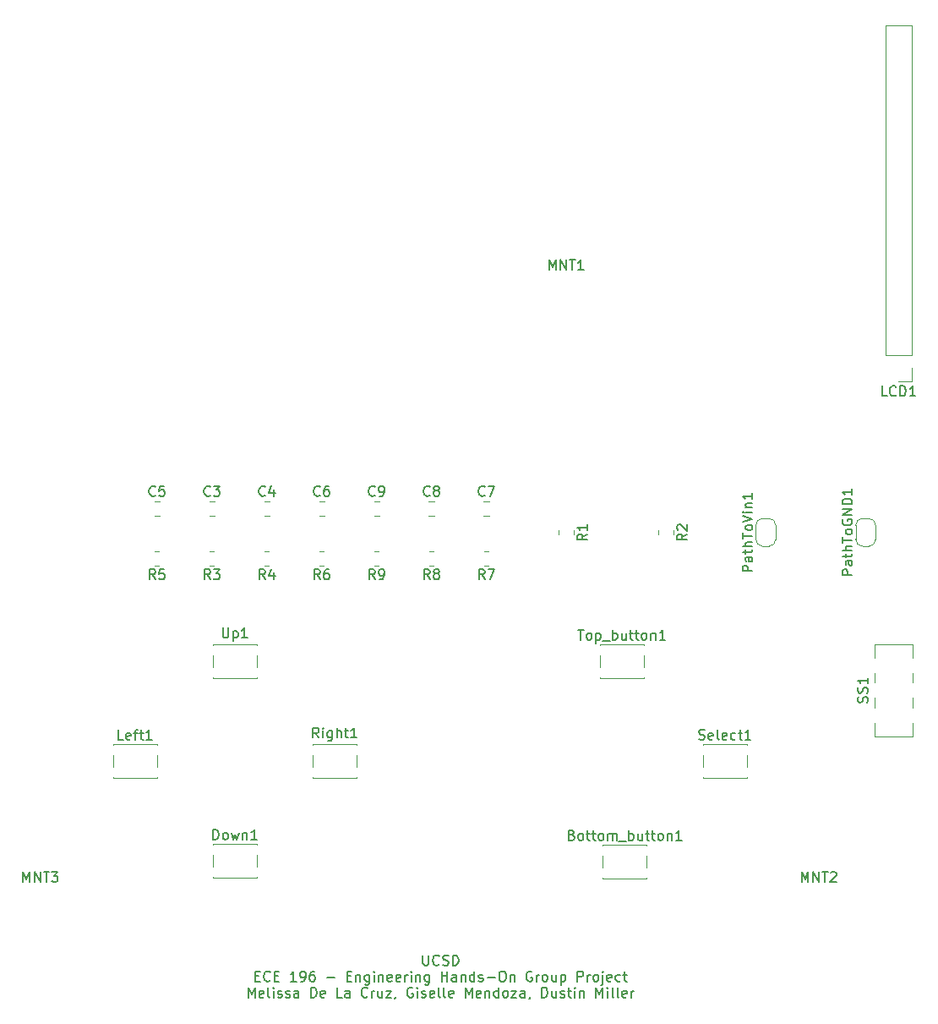
<source format=gbr>
%TF.GenerationSoftware,KiCad,Pcbnew,8.0.6*%
%TF.CreationDate,2024-11-05T07:22:12-08:00*%
%TF.ProjectId,Final_Project_PCB,46696e61-6c5f-4507-926f-6a6563745f50,1.0*%
%TF.SameCoordinates,Original*%
%TF.FileFunction,Legend,Top*%
%TF.FilePolarity,Positive*%
%FSLAX46Y46*%
G04 Gerber Fmt 4.6, Leading zero omitted, Abs format (unit mm)*
G04 Created by KiCad (PCBNEW 8.0.6) date 2024-11-05 07:22:12*
%MOMM*%
%LPD*%
G01*
G04 APERTURE LIST*
%ADD10C,0.150000*%
%ADD11C,0.120000*%
G04 APERTURE END LIST*
D10*
X158338095Y-153049931D02*
X158338095Y-153859454D01*
X158338095Y-153859454D02*
X158385714Y-153954692D01*
X158385714Y-153954692D02*
X158433333Y-154002312D01*
X158433333Y-154002312D02*
X158528571Y-154049931D01*
X158528571Y-154049931D02*
X158719047Y-154049931D01*
X158719047Y-154049931D02*
X158814285Y-154002312D01*
X158814285Y-154002312D02*
X158861904Y-153954692D01*
X158861904Y-153954692D02*
X158909523Y-153859454D01*
X158909523Y-153859454D02*
X158909523Y-153049931D01*
X159957142Y-153954692D02*
X159909523Y-154002312D01*
X159909523Y-154002312D02*
X159766666Y-154049931D01*
X159766666Y-154049931D02*
X159671428Y-154049931D01*
X159671428Y-154049931D02*
X159528571Y-154002312D01*
X159528571Y-154002312D02*
X159433333Y-153907073D01*
X159433333Y-153907073D02*
X159385714Y-153811835D01*
X159385714Y-153811835D02*
X159338095Y-153621359D01*
X159338095Y-153621359D02*
X159338095Y-153478502D01*
X159338095Y-153478502D02*
X159385714Y-153288026D01*
X159385714Y-153288026D02*
X159433333Y-153192788D01*
X159433333Y-153192788D02*
X159528571Y-153097550D01*
X159528571Y-153097550D02*
X159671428Y-153049931D01*
X159671428Y-153049931D02*
X159766666Y-153049931D01*
X159766666Y-153049931D02*
X159909523Y-153097550D01*
X159909523Y-153097550D02*
X159957142Y-153145169D01*
X160338095Y-154002312D02*
X160480952Y-154049931D01*
X160480952Y-154049931D02*
X160719047Y-154049931D01*
X160719047Y-154049931D02*
X160814285Y-154002312D01*
X160814285Y-154002312D02*
X160861904Y-153954692D01*
X160861904Y-153954692D02*
X160909523Y-153859454D01*
X160909523Y-153859454D02*
X160909523Y-153764216D01*
X160909523Y-153764216D02*
X160861904Y-153668978D01*
X160861904Y-153668978D02*
X160814285Y-153621359D01*
X160814285Y-153621359D02*
X160719047Y-153573740D01*
X160719047Y-153573740D02*
X160528571Y-153526121D01*
X160528571Y-153526121D02*
X160433333Y-153478502D01*
X160433333Y-153478502D02*
X160385714Y-153430883D01*
X160385714Y-153430883D02*
X160338095Y-153335645D01*
X160338095Y-153335645D02*
X160338095Y-153240407D01*
X160338095Y-153240407D02*
X160385714Y-153145169D01*
X160385714Y-153145169D02*
X160433333Y-153097550D01*
X160433333Y-153097550D02*
X160528571Y-153049931D01*
X160528571Y-153049931D02*
X160766666Y-153049931D01*
X160766666Y-153049931D02*
X160909523Y-153097550D01*
X161338095Y-154049931D02*
X161338095Y-153049931D01*
X161338095Y-153049931D02*
X161576190Y-153049931D01*
X161576190Y-153049931D02*
X161719047Y-153097550D01*
X161719047Y-153097550D02*
X161814285Y-153192788D01*
X161814285Y-153192788D02*
X161861904Y-153288026D01*
X161861904Y-153288026D02*
X161909523Y-153478502D01*
X161909523Y-153478502D02*
X161909523Y-153621359D01*
X161909523Y-153621359D02*
X161861904Y-153811835D01*
X161861904Y-153811835D02*
X161814285Y-153907073D01*
X161814285Y-153907073D02*
X161719047Y-154002312D01*
X161719047Y-154002312D02*
X161576190Y-154049931D01*
X161576190Y-154049931D02*
X161338095Y-154049931D01*
X141552379Y-155136065D02*
X141885712Y-155136065D01*
X142028569Y-155659875D02*
X141552379Y-155659875D01*
X141552379Y-155659875D02*
X141552379Y-154659875D01*
X141552379Y-154659875D02*
X142028569Y-154659875D01*
X143028569Y-155564636D02*
X142980950Y-155612256D01*
X142980950Y-155612256D02*
X142838093Y-155659875D01*
X142838093Y-155659875D02*
X142742855Y-155659875D01*
X142742855Y-155659875D02*
X142599998Y-155612256D01*
X142599998Y-155612256D02*
X142504760Y-155517017D01*
X142504760Y-155517017D02*
X142457141Y-155421779D01*
X142457141Y-155421779D02*
X142409522Y-155231303D01*
X142409522Y-155231303D02*
X142409522Y-155088446D01*
X142409522Y-155088446D02*
X142457141Y-154897970D01*
X142457141Y-154897970D02*
X142504760Y-154802732D01*
X142504760Y-154802732D02*
X142599998Y-154707494D01*
X142599998Y-154707494D02*
X142742855Y-154659875D01*
X142742855Y-154659875D02*
X142838093Y-154659875D01*
X142838093Y-154659875D02*
X142980950Y-154707494D01*
X142980950Y-154707494D02*
X143028569Y-154755113D01*
X143457141Y-155136065D02*
X143790474Y-155136065D01*
X143933331Y-155659875D02*
X143457141Y-155659875D01*
X143457141Y-155659875D02*
X143457141Y-154659875D01*
X143457141Y-154659875D02*
X143933331Y-154659875D01*
X145647617Y-155659875D02*
X145076189Y-155659875D01*
X145361903Y-155659875D02*
X145361903Y-154659875D01*
X145361903Y-154659875D02*
X145266665Y-154802732D01*
X145266665Y-154802732D02*
X145171427Y-154897970D01*
X145171427Y-154897970D02*
X145076189Y-154945589D01*
X146123808Y-155659875D02*
X146314284Y-155659875D01*
X146314284Y-155659875D02*
X146409522Y-155612256D01*
X146409522Y-155612256D02*
X146457141Y-155564636D01*
X146457141Y-155564636D02*
X146552379Y-155421779D01*
X146552379Y-155421779D02*
X146599998Y-155231303D01*
X146599998Y-155231303D02*
X146599998Y-154850351D01*
X146599998Y-154850351D02*
X146552379Y-154755113D01*
X146552379Y-154755113D02*
X146504760Y-154707494D01*
X146504760Y-154707494D02*
X146409522Y-154659875D01*
X146409522Y-154659875D02*
X146219046Y-154659875D01*
X146219046Y-154659875D02*
X146123808Y-154707494D01*
X146123808Y-154707494D02*
X146076189Y-154755113D01*
X146076189Y-154755113D02*
X146028570Y-154850351D01*
X146028570Y-154850351D02*
X146028570Y-155088446D01*
X146028570Y-155088446D02*
X146076189Y-155183684D01*
X146076189Y-155183684D02*
X146123808Y-155231303D01*
X146123808Y-155231303D02*
X146219046Y-155278922D01*
X146219046Y-155278922D02*
X146409522Y-155278922D01*
X146409522Y-155278922D02*
X146504760Y-155231303D01*
X146504760Y-155231303D02*
X146552379Y-155183684D01*
X146552379Y-155183684D02*
X146599998Y-155088446D01*
X147457141Y-154659875D02*
X147266665Y-154659875D01*
X147266665Y-154659875D02*
X147171427Y-154707494D01*
X147171427Y-154707494D02*
X147123808Y-154755113D01*
X147123808Y-154755113D02*
X147028570Y-154897970D01*
X147028570Y-154897970D02*
X146980951Y-155088446D01*
X146980951Y-155088446D02*
X146980951Y-155469398D01*
X146980951Y-155469398D02*
X147028570Y-155564636D01*
X147028570Y-155564636D02*
X147076189Y-155612256D01*
X147076189Y-155612256D02*
X147171427Y-155659875D01*
X147171427Y-155659875D02*
X147361903Y-155659875D01*
X147361903Y-155659875D02*
X147457141Y-155612256D01*
X147457141Y-155612256D02*
X147504760Y-155564636D01*
X147504760Y-155564636D02*
X147552379Y-155469398D01*
X147552379Y-155469398D02*
X147552379Y-155231303D01*
X147552379Y-155231303D02*
X147504760Y-155136065D01*
X147504760Y-155136065D02*
X147457141Y-155088446D01*
X147457141Y-155088446D02*
X147361903Y-155040827D01*
X147361903Y-155040827D02*
X147171427Y-155040827D01*
X147171427Y-155040827D02*
X147076189Y-155088446D01*
X147076189Y-155088446D02*
X147028570Y-155136065D01*
X147028570Y-155136065D02*
X146980951Y-155231303D01*
X148742856Y-155278922D02*
X149504761Y-155278922D01*
X150742856Y-155136065D02*
X151076189Y-155136065D01*
X151219046Y-155659875D02*
X150742856Y-155659875D01*
X150742856Y-155659875D02*
X150742856Y-154659875D01*
X150742856Y-154659875D02*
X151219046Y-154659875D01*
X151647618Y-154993208D02*
X151647618Y-155659875D01*
X151647618Y-155088446D02*
X151695237Y-155040827D01*
X151695237Y-155040827D02*
X151790475Y-154993208D01*
X151790475Y-154993208D02*
X151933332Y-154993208D01*
X151933332Y-154993208D02*
X152028570Y-155040827D01*
X152028570Y-155040827D02*
X152076189Y-155136065D01*
X152076189Y-155136065D02*
X152076189Y-155659875D01*
X152980951Y-154993208D02*
X152980951Y-155802732D01*
X152980951Y-155802732D02*
X152933332Y-155897970D01*
X152933332Y-155897970D02*
X152885713Y-155945589D01*
X152885713Y-155945589D02*
X152790475Y-155993208D01*
X152790475Y-155993208D02*
X152647618Y-155993208D01*
X152647618Y-155993208D02*
X152552380Y-155945589D01*
X152980951Y-155612256D02*
X152885713Y-155659875D01*
X152885713Y-155659875D02*
X152695237Y-155659875D01*
X152695237Y-155659875D02*
X152599999Y-155612256D01*
X152599999Y-155612256D02*
X152552380Y-155564636D01*
X152552380Y-155564636D02*
X152504761Y-155469398D01*
X152504761Y-155469398D02*
X152504761Y-155183684D01*
X152504761Y-155183684D02*
X152552380Y-155088446D01*
X152552380Y-155088446D02*
X152599999Y-155040827D01*
X152599999Y-155040827D02*
X152695237Y-154993208D01*
X152695237Y-154993208D02*
X152885713Y-154993208D01*
X152885713Y-154993208D02*
X152980951Y-155040827D01*
X153457142Y-155659875D02*
X153457142Y-154993208D01*
X153457142Y-154659875D02*
X153409523Y-154707494D01*
X153409523Y-154707494D02*
X153457142Y-154755113D01*
X153457142Y-154755113D02*
X153504761Y-154707494D01*
X153504761Y-154707494D02*
X153457142Y-154659875D01*
X153457142Y-154659875D02*
X153457142Y-154755113D01*
X153933332Y-154993208D02*
X153933332Y-155659875D01*
X153933332Y-155088446D02*
X153980951Y-155040827D01*
X153980951Y-155040827D02*
X154076189Y-154993208D01*
X154076189Y-154993208D02*
X154219046Y-154993208D01*
X154219046Y-154993208D02*
X154314284Y-155040827D01*
X154314284Y-155040827D02*
X154361903Y-155136065D01*
X154361903Y-155136065D02*
X154361903Y-155659875D01*
X155219046Y-155612256D02*
X155123808Y-155659875D01*
X155123808Y-155659875D02*
X154933332Y-155659875D01*
X154933332Y-155659875D02*
X154838094Y-155612256D01*
X154838094Y-155612256D02*
X154790475Y-155517017D01*
X154790475Y-155517017D02*
X154790475Y-155136065D01*
X154790475Y-155136065D02*
X154838094Y-155040827D01*
X154838094Y-155040827D02*
X154933332Y-154993208D01*
X154933332Y-154993208D02*
X155123808Y-154993208D01*
X155123808Y-154993208D02*
X155219046Y-155040827D01*
X155219046Y-155040827D02*
X155266665Y-155136065D01*
X155266665Y-155136065D02*
X155266665Y-155231303D01*
X155266665Y-155231303D02*
X154790475Y-155326541D01*
X156076189Y-155612256D02*
X155980951Y-155659875D01*
X155980951Y-155659875D02*
X155790475Y-155659875D01*
X155790475Y-155659875D02*
X155695237Y-155612256D01*
X155695237Y-155612256D02*
X155647618Y-155517017D01*
X155647618Y-155517017D02*
X155647618Y-155136065D01*
X155647618Y-155136065D02*
X155695237Y-155040827D01*
X155695237Y-155040827D02*
X155790475Y-154993208D01*
X155790475Y-154993208D02*
X155980951Y-154993208D01*
X155980951Y-154993208D02*
X156076189Y-155040827D01*
X156076189Y-155040827D02*
X156123808Y-155136065D01*
X156123808Y-155136065D02*
X156123808Y-155231303D01*
X156123808Y-155231303D02*
X155647618Y-155326541D01*
X156552380Y-155659875D02*
X156552380Y-154993208D01*
X156552380Y-155183684D02*
X156599999Y-155088446D01*
X156599999Y-155088446D02*
X156647618Y-155040827D01*
X156647618Y-155040827D02*
X156742856Y-154993208D01*
X156742856Y-154993208D02*
X156838094Y-154993208D01*
X157171428Y-155659875D02*
X157171428Y-154993208D01*
X157171428Y-154659875D02*
X157123809Y-154707494D01*
X157123809Y-154707494D02*
X157171428Y-154755113D01*
X157171428Y-154755113D02*
X157219047Y-154707494D01*
X157219047Y-154707494D02*
X157171428Y-154659875D01*
X157171428Y-154659875D02*
X157171428Y-154755113D01*
X157647618Y-154993208D02*
X157647618Y-155659875D01*
X157647618Y-155088446D02*
X157695237Y-155040827D01*
X157695237Y-155040827D02*
X157790475Y-154993208D01*
X157790475Y-154993208D02*
X157933332Y-154993208D01*
X157933332Y-154993208D02*
X158028570Y-155040827D01*
X158028570Y-155040827D02*
X158076189Y-155136065D01*
X158076189Y-155136065D02*
X158076189Y-155659875D01*
X158980951Y-154993208D02*
X158980951Y-155802732D01*
X158980951Y-155802732D02*
X158933332Y-155897970D01*
X158933332Y-155897970D02*
X158885713Y-155945589D01*
X158885713Y-155945589D02*
X158790475Y-155993208D01*
X158790475Y-155993208D02*
X158647618Y-155993208D01*
X158647618Y-155993208D02*
X158552380Y-155945589D01*
X158980951Y-155612256D02*
X158885713Y-155659875D01*
X158885713Y-155659875D02*
X158695237Y-155659875D01*
X158695237Y-155659875D02*
X158599999Y-155612256D01*
X158599999Y-155612256D02*
X158552380Y-155564636D01*
X158552380Y-155564636D02*
X158504761Y-155469398D01*
X158504761Y-155469398D02*
X158504761Y-155183684D01*
X158504761Y-155183684D02*
X158552380Y-155088446D01*
X158552380Y-155088446D02*
X158599999Y-155040827D01*
X158599999Y-155040827D02*
X158695237Y-154993208D01*
X158695237Y-154993208D02*
X158885713Y-154993208D01*
X158885713Y-154993208D02*
X158980951Y-155040827D01*
X160219047Y-155659875D02*
X160219047Y-154659875D01*
X160219047Y-155136065D02*
X160790475Y-155136065D01*
X160790475Y-155659875D02*
X160790475Y-154659875D01*
X161695237Y-155659875D02*
X161695237Y-155136065D01*
X161695237Y-155136065D02*
X161647618Y-155040827D01*
X161647618Y-155040827D02*
X161552380Y-154993208D01*
X161552380Y-154993208D02*
X161361904Y-154993208D01*
X161361904Y-154993208D02*
X161266666Y-155040827D01*
X161695237Y-155612256D02*
X161599999Y-155659875D01*
X161599999Y-155659875D02*
X161361904Y-155659875D01*
X161361904Y-155659875D02*
X161266666Y-155612256D01*
X161266666Y-155612256D02*
X161219047Y-155517017D01*
X161219047Y-155517017D02*
X161219047Y-155421779D01*
X161219047Y-155421779D02*
X161266666Y-155326541D01*
X161266666Y-155326541D02*
X161361904Y-155278922D01*
X161361904Y-155278922D02*
X161599999Y-155278922D01*
X161599999Y-155278922D02*
X161695237Y-155231303D01*
X162171428Y-154993208D02*
X162171428Y-155659875D01*
X162171428Y-155088446D02*
X162219047Y-155040827D01*
X162219047Y-155040827D02*
X162314285Y-154993208D01*
X162314285Y-154993208D02*
X162457142Y-154993208D01*
X162457142Y-154993208D02*
X162552380Y-155040827D01*
X162552380Y-155040827D02*
X162599999Y-155136065D01*
X162599999Y-155136065D02*
X162599999Y-155659875D01*
X163504761Y-155659875D02*
X163504761Y-154659875D01*
X163504761Y-155612256D02*
X163409523Y-155659875D01*
X163409523Y-155659875D02*
X163219047Y-155659875D01*
X163219047Y-155659875D02*
X163123809Y-155612256D01*
X163123809Y-155612256D02*
X163076190Y-155564636D01*
X163076190Y-155564636D02*
X163028571Y-155469398D01*
X163028571Y-155469398D02*
X163028571Y-155183684D01*
X163028571Y-155183684D02*
X163076190Y-155088446D01*
X163076190Y-155088446D02*
X163123809Y-155040827D01*
X163123809Y-155040827D02*
X163219047Y-154993208D01*
X163219047Y-154993208D02*
X163409523Y-154993208D01*
X163409523Y-154993208D02*
X163504761Y-155040827D01*
X163933333Y-155612256D02*
X164028571Y-155659875D01*
X164028571Y-155659875D02*
X164219047Y-155659875D01*
X164219047Y-155659875D02*
X164314285Y-155612256D01*
X164314285Y-155612256D02*
X164361904Y-155517017D01*
X164361904Y-155517017D02*
X164361904Y-155469398D01*
X164361904Y-155469398D02*
X164314285Y-155374160D01*
X164314285Y-155374160D02*
X164219047Y-155326541D01*
X164219047Y-155326541D02*
X164076190Y-155326541D01*
X164076190Y-155326541D02*
X163980952Y-155278922D01*
X163980952Y-155278922D02*
X163933333Y-155183684D01*
X163933333Y-155183684D02*
X163933333Y-155136065D01*
X163933333Y-155136065D02*
X163980952Y-155040827D01*
X163980952Y-155040827D02*
X164076190Y-154993208D01*
X164076190Y-154993208D02*
X164219047Y-154993208D01*
X164219047Y-154993208D02*
X164314285Y-155040827D01*
X164790476Y-155278922D02*
X165552381Y-155278922D01*
X166219047Y-154659875D02*
X166409523Y-154659875D01*
X166409523Y-154659875D02*
X166504761Y-154707494D01*
X166504761Y-154707494D02*
X166599999Y-154802732D01*
X166599999Y-154802732D02*
X166647618Y-154993208D01*
X166647618Y-154993208D02*
X166647618Y-155326541D01*
X166647618Y-155326541D02*
X166599999Y-155517017D01*
X166599999Y-155517017D02*
X166504761Y-155612256D01*
X166504761Y-155612256D02*
X166409523Y-155659875D01*
X166409523Y-155659875D02*
X166219047Y-155659875D01*
X166219047Y-155659875D02*
X166123809Y-155612256D01*
X166123809Y-155612256D02*
X166028571Y-155517017D01*
X166028571Y-155517017D02*
X165980952Y-155326541D01*
X165980952Y-155326541D02*
X165980952Y-154993208D01*
X165980952Y-154993208D02*
X166028571Y-154802732D01*
X166028571Y-154802732D02*
X166123809Y-154707494D01*
X166123809Y-154707494D02*
X166219047Y-154659875D01*
X167076190Y-154993208D02*
X167076190Y-155659875D01*
X167076190Y-155088446D02*
X167123809Y-155040827D01*
X167123809Y-155040827D02*
X167219047Y-154993208D01*
X167219047Y-154993208D02*
X167361904Y-154993208D01*
X167361904Y-154993208D02*
X167457142Y-155040827D01*
X167457142Y-155040827D02*
X167504761Y-155136065D01*
X167504761Y-155136065D02*
X167504761Y-155659875D01*
X169266666Y-154707494D02*
X169171428Y-154659875D01*
X169171428Y-154659875D02*
X169028571Y-154659875D01*
X169028571Y-154659875D02*
X168885714Y-154707494D01*
X168885714Y-154707494D02*
X168790476Y-154802732D01*
X168790476Y-154802732D02*
X168742857Y-154897970D01*
X168742857Y-154897970D02*
X168695238Y-155088446D01*
X168695238Y-155088446D02*
X168695238Y-155231303D01*
X168695238Y-155231303D02*
X168742857Y-155421779D01*
X168742857Y-155421779D02*
X168790476Y-155517017D01*
X168790476Y-155517017D02*
X168885714Y-155612256D01*
X168885714Y-155612256D02*
X169028571Y-155659875D01*
X169028571Y-155659875D02*
X169123809Y-155659875D01*
X169123809Y-155659875D02*
X169266666Y-155612256D01*
X169266666Y-155612256D02*
X169314285Y-155564636D01*
X169314285Y-155564636D02*
X169314285Y-155231303D01*
X169314285Y-155231303D02*
X169123809Y-155231303D01*
X169742857Y-155659875D02*
X169742857Y-154993208D01*
X169742857Y-155183684D02*
X169790476Y-155088446D01*
X169790476Y-155088446D02*
X169838095Y-155040827D01*
X169838095Y-155040827D02*
X169933333Y-154993208D01*
X169933333Y-154993208D02*
X170028571Y-154993208D01*
X170504762Y-155659875D02*
X170409524Y-155612256D01*
X170409524Y-155612256D02*
X170361905Y-155564636D01*
X170361905Y-155564636D02*
X170314286Y-155469398D01*
X170314286Y-155469398D02*
X170314286Y-155183684D01*
X170314286Y-155183684D02*
X170361905Y-155088446D01*
X170361905Y-155088446D02*
X170409524Y-155040827D01*
X170409524Y-155040827D02*
X170504762Y-154993208D01*
X170504762Y-154993208D02*
X170647619Y-154993208D01*
X170647619Y-154993208D02*
X170742857Y-155040827D01*
X170742857Y-155040827D02*
X170790476Y-155088446D01*
X170790476Y-155088446D02*
X170838095Y-155183684D01*
X170838095Y-155183684D02*
X170838095Y-155469398D01*
X170838095Y-155469398D02*
X170790476Y-155564636D01*
X170790476Y-155564636D02*
X170742857Y-155612256D01*
X170742857Y-155612256D02*
X170647619Y-155659875D01*
X170647619Y-155659875D02*
X170504762Y-155659875D01*
X171695238Y-154993208D02*
X171695238Y-155659875D01*
X171266667Y-154993208D02*
X171266667Y-155517017D01*
X171266667Y-155517017D02*
X171314286Y-155612256D01*
X171314286Y-155612256D02*
X171409524Y-155659875D01*
X171409524Y-155659875D02*
X171552381Y-155659875D01*
X171552381Y-155659875D02*
X171647619Y-155612256D01*
X171647619Y-155612256D02*
X171695238Y-155564636D01*
X172171429Y-154993208D02*
X172171429Y-155993208D01*
X172171429Y-155040827D02*
X172266667Y-154993208D01*
X172266667Y-154993208D02*
X172457143Y-154993208D01*
X172457143Y-154993208D02*
X172552381Y-155040827D01*
X172552381Y-155040827D02*
X172600000Y-155088446D01*
X172600000Y-155088446D02*
X172647619Y-155183684D01*
X172647619Y-155183684D02*
X172647619Y-155469398D01*
X172647619Y-155469398D02*
X172600000Y-155564636D01*
X172600000Y-155564636D02*
X172552381Y-155612256D01*
X172552381Y-155612256D02*
X172457143Y-155659875D01*
X172457143Y-155659875D02*
X172266667Y-155659875D01*
X172266667Y-155659875D02*
X172171429Y-155612256D01*
X173838096Y-155659875D02*
X173838096Y-154659875D01*
X173838096Y-154659875D02*
X174219048Y-154659875D01*
X174219048Y-154659875D02*
X174314286Y-154707494D01*
X174314286Y-154707494D02*
X174361905Y-154755113D01*
X174361905Y-154755113D02*
X174409524Y-154850351D01*
X174409524Y-154850351D02*
X174409524Y-154993208D01*
X174409524Y-154993208D02*
X174361905Y-155088446D01*
X174361905Y-155088446D02*
X174314286Y-155136065D01*
X174314286Y-155136065D02*
X174219048Y-155183684D01*
X174219048Y-155183684D02*
X173838096Y-155183684D01*
X174838096Y-155659875D02*
X174838096Y-154993208D01*
X174838096Y-155183684D02*
X174885715Y-155088446D01*
X174885715Y-155088446D02*
X174933334Y-155040827D01*
X174933334Y-155040827D02*
X175028572Y-154993208D01*
X175028572Y-154993208D02*
X175123810Y-154993208D01*
X175600001Y-155659875D02*
X175504763Y-155612256D01*
X175504763Y-155612256D02*
X175457144Y-155564636D01*
X175457144Y-155564636D02*
X175409525Y-155469398D01*
X175409525Y-155469398D02*
X175409525Y-155183684D01*
X175409525Y-155183684D02*
X175457144Y-155088446D01*
X175457144Y-155088446D02*
X175504763Y-155040827D01*
X175504763Y-155040827D02*
X175600001Y-154993208D01*
X175600001Y-154993208D02*
X175742858Y-154993208D01*
X175742858Y-154993208D02*
X175838096Y-155040827D01*
X175838096Y-155040827D02*
X175885715Y-155088446D01*
X175885715Y-155088446D02*
X175933334Y-155183684D01*
X175933334Y-155183684D02*
X175933334Y-155469398D01*
X175933334Y-155469398D02*
X175885715Y-155564636D01*
X175885715Y-155564636D02*
X175838096Y-155612256D01*
X175838096Y-155612256D02*
X175742858Y-155659875D01*
X175742858Y-155659875D02*
X175600001Y-155659875D01*
X176361906Y-154993208D02*
X176361906Y-155850351D01*
X176361906Y-155850351D02*
X176314287Y-155945589D01*
X176314287Y-155945589D02*
X176219049Y-155993208D01*
X176219049Y-155993208D02*
X176171430Y-155993208D01*
X176361906Y-154659875D02*
X176314287Y-154707494D01*
X176314287Y-154707494D02*
X176361906Y-154755113D01*
X176361906Y-154755113D02*
X176409525Y-154707494D01*
X176409525Y-154707494D02*
X176361906Y-154659875D01*
X176361906Y-154659875D02*
X176361906Y-154755113D01*
X177219048Y-155612256D02*
X177123810Y-155659875D01*
X177123810Y-155659875D02*
X176933334Y-155659875D01*
X176933334Y-155659875D02*
X176838096Y-155612256D01*
X176838096Y-155612256D02*
X176790477Y-155517017D01*
X176790477Y-155517017D02*
X176790477Y-155136065D01*
X176790477Y-155136065D02*
X176838096Y-155040827D01*
X176838096Y-155040827D02*
X176933334Y-154993208D01*
X176933334Y-154993208D02*
X177123810Y-154993208D01*
X177123810Y-154993208D02*
X177219048Y-155040827D01*
X177219048Y-155040827D02*
X177266667Y-155136065D01*
X177266667Y-155136065D02*
X177266667Y-155231303D01*
X177266667Y-155231303D02*
X176790477Y-155326541D01*
X178123810Y-155612256D02*
X178028572Y-155659875D01*
X178028572Y-155659875D02*
X177838096Y-155659875D01*
X177838096Y-155659875D02*
X177742858Y-155612256D01*
X177742858Y-155612256D02*
X177695239Y-155564636D01*
X177695239Y-155564636D02*
X177647620Y-155469398D01*
X177647620Y-155469398D02*
X177647620Y-155183684D01*
X177647620Y-155183684D02*
X177695239Y-155088446D01*
X177695239Y-155088446D02*
X177742858Y-155040827D01*
X177742858Y-155040827D02*
X177838096Y-154993208D01*
X177838096Y-154993208D02*
X178028572Y-154993208D01*
X178028572Y-154993208D02*
X178123810Y-155040827D01*
X178409525Y-154993208D02*
X178790477Y-154993208D01*
X178552382Y-154659875D02*
X178552382Y-155517017D01*
X178552382Y-155517017D02*
X178600001Y-155612256D01*
X178600001Y-155612256D02*
X178695239Y-155659875D01*
X178695239Y-155659875D02*
X178790477Y-155659875D01*
X140838093Y-157269819D02*
X140838093Y-156269819D01*
X140838093Y-156269819D02*
X141171426Y-156984104D01*
X141171426Y-156984104D02*
X141504759Y-156269819D01*
X141504759Y-156269819D02*
X141504759Y-157269819D01*
X142361902Y-157222200D02*
X142266664Y-157269819D01*
X142266664Y-157269819D02*
X142076188Y-157269819D01*
X142076188Y-157269819D02*
X141980950Y-157222200D01*
X141980950Y-157222200D02*
X141933331Y-157126961D01*
X141933331Y-157126961D02*
X141933331Y-156746009D01*
X141933331Y-156746009D02*
X141980950Y-156650771D01*
X141980950Y-156650771D02*
X142076188Y-156603152D01*
X142076188Y-156603152D02*
X142266664Y-156603152D01*
X142266664Y-156603152D02*
X142361902Y-156650771D01*
X142361902Y-156650771D02*
X142409521Y-156746009D01*
X142409521Y-156746009D02*
X142409521Y-156841247D01*
X142409521Y-156841247D02*
X141933331Y-156936485D01*
X142980950Y-157269819D02*
X142885712Y-157222200D01*
X142885712Y-157222200D02*
X142838093Y-157126961D01*
X142838093Y-157126961D02*
X142838093Y-156269819D01*
X143361903Y-157269819D02*
X143361903Y-156603152D01*
X143361903Y-156269819D02*
X143314284Y-156317438D01*
X143314284Y-156317438D02*
X143361903Y-156365057D01*
X143361903Y-156365057D02*
X143409522Y-156317438D01*
X143409522Y-156317438D02*
X143361903Y-156269819D01*
X143361903Y-156269819D02*
X143361903Y-156365057D01*
X143790474Y-157222200D02*
X143885712Y-157269819D01*
X143885712Y-157269819D02*
X144076188Y-157269819D01*
X144076188Y-157269819D02*
X144171426Y-157222200D01*
X144171426Y-157222200D02*
X144219045Y-157126961D01*
X144219045Y-157126961D02*
X144219045Y-157079342D01*
X144219045Y-157079342D02*
X144171426Y-156984104D01*
X144171426Y-156984104D02*
X144076188Y-156936485D01*
X144076188Y-156936485D02*
X143933331Y-156936485D01*
X143933331Y-156936485D02*
X143838093Y-156888866D01*
X143838093Y-156888866D02*
X143790474Y-156793628D01*
X143790474Y-156793628D02*
X143790474Y-156746009D01*
X143790474Y-156746009D02*
X143838093Y-156650771D01*
X143838093Y-156650771D02*
X143933331Y-156603152D01*
X143933331Y-156603152D02*
X144076188Y-156603152D01*
X144076188Y-156603152D02*
X144171426Y-156650771D01*
X144599998Y-157222200D02*
X144695236Y-157269819D01*
X144695236Y-157269819D02*
X144885712Y-157269819D01*
X144885712Y-157269819D02*
X144980950Y-157222200D01*
X144980950Y-157222200D02*
X145028569Y-157126961D01*
X145028569Y-157126961D02*
X145028569Y-157079342D01*
X145028569Y-157079342D02*
X144980950Y-156984104D01*
X144980950Y-156984104D02*
X144885712Y-156936485D01*
X144885712Y-156936485D02*
X144742855Y-156936485D01*
X144742855Y-156936485D02*
X144647617Y-156888866D01*
X144647617Y-156888866D02*
X144599998Y-156793628D01*
X144599998Y-156793628D02*
X144599998Y-156746009D01*
X144599998Y-156746009D02*
X144647617Y-156650771D01*
X144647617Y-156650771D02*
X144742855Y-156603152D01*
X144742855Y-156603152D02*
X144885712Y-156603152D01*
X144885712Y-156603152D02*
X144980950Y-156650771D01*
X145885712Y-157269819D02*
X145885712Y-156746009D01*
X145885712Y-156746009D02*
X145838093Y-156650771D01*
X145838093Y-156650771D02*
X145742855Y-156603152D01*
X145742855Y-156603152D02*
X145552379Y-156603152D01*
X145552379Y-156603152D02*
X145457141Y-156650771D01*
X145885712Y-157222200D02*
X145790474Y-157269819D01*
X145790474Y-157269819D02*
X145552379Y-157269819D01*
X145552379Y-157269819D02*
X145457141Y-157222200D01*
X145457141Y-157222200D02*
X145409522Y-157126961D01*
X145409522Y-157126961D02*
X145409522Y-157031723D01*
X145409522Y-157031723D02*
X145457141Y-156936485D01*
X145457141Y-156936485D02*
X145552379Y-156888866D01*
X145552379Y-156888866D02*
X145790474Y-156888866D01*
X145790474Y-156888866D02*
X145885712Y-156841247D01*
X147123808Y-157269819D02*
X147123808Y-156269819D01*
X147123808Y-156269819D02*
X147361903Y-156269819D01*
X147361903Y-156269819D02*
X147504760Y-156317438D01*
X147504760Y-156317438D02*
X147599998Y-156412676D01*
X147599998Y-156412676D02*
X147647617Y-156507914D01*
X147647617Y-156507914D02*
X147695236Y-156698390D01*
X147695236Y-156698390D02*
X147695236Y-156841247D01*
X147695236Y-156841247D02*
X147647617Y-157031723D01*
X147647617Y-157031723D02*
X147599998Y-157126961D01*
X147599998Y-157126961D02*
X147504760Y-157222200D01*
X147504760Y-157222200D02*
X147361903Y-157269819D01*
X147361903Y-157269819D02*
X147123808Y-157269819D01*
X148504760Y-157222200D02*
X148409522Y-157269819D01*
X148409522Y-157269819D02*
X148219046Y-157269819D01*
X148219046Y-157269819D02*
X148123808Y-157222200D01*
X148123808Y-157222200D02*
X148076189Y-157126961D01*
X148076189Y-157126961D02*
X148076189Y-156746009D01*
X148076189Y-156746009D02*
X148123808Y-156650771D01*
X148123808Y-156650771D02*
X148219046Y-156603152D01*
X148219046Y-156603152D02*
X148409522Y-156603152D01*
X148409522Y-156603152D02*
X148504760Y-156650771D01*
X148504760Y-156650771D02*
X148552379Y-156746009D01*
X148552379Y-156746009D02*
X148552379Y-156841247D01*
X148552379Y-156841247D02*
X148076189Y-156936485D01*
X150219046Y-157269819D02*
X149742856Y-157269819D01*
X149742856Y-157269819D02*
X149742856Y-156269819D01*
X150980951Y-157269819D02*
X150980951Y-156746009D01*
X150980951Y-156746009D02*
X150933332Y-156650771D01*
X150933332Y-156650771D02*
X150838094Y-156603152D01*
X150838094Y-156603152D02*
X150647618Y-156603152D01*
X150647618Y-156603152D02*
X150552380Y-156650771D01*
X150980951Y-157222200D02*
X150885713Y-157269819D01*
X150885713Y-157269819D02*
X150647618Y-157269819D01*
X150647618Y-157269819D02*
X150552380Y-157222200D01*
X150552380Y-157222200D02*
X150504761Y-157126961D01*
X150504761Y-157126961D02*
X150504761Y-157031723D01*
X150504761Y-157031723D02*
X150552380Y-156936485D01*
X150552380Y-156936485D02*
X150647618Y-156888866D01*
X150647618Y-156888866D02*
X150885713Y-156888866D01*
X150885713Y-156888866D02*
X150980951Y-156841247D01*
X152790475Y-157174580D02*
X152742856Y-157222200D01*
X152742856Y-157222200D02*
X152599999Y-157269819D01*
X152599999Y-157269819D02*
X152504761Y-157269819D01*
X152504761Y-157269819D02*
X152361904Y-157222200D01*
X152361904Y-157222200D02*
X152266666Y-157126961D01*
X152266666Y-157126961D02*
X152219047Y-157031723D01*
X152219047Y-157031723D02*
X152171428Y-156841247D01*
X152171428Y-156841247D02*
X152171428Y-156698390D01*
X152171428Y-156698390D02*
X152219047Y-156507914D01*
X152219047Y-156507914D02*
X152266666Y-156412676D01*
X152266666Y-156412676D02*
X152361904Y-156317438D01*
X152361904Y-156317438D02*
X152504761Y-156269819D01*
X152504761Y-156269819D02*
X152599999Y-156269819D01*
X152599999Y-156269819D02*
X152742856Y-156317438D01*
X152742856Y-156317438D02*
X152790475Y-156365057D01*
X153219047Y-157269819D02*
X153219047Y-156603152D01*
X153219047Y-156793628D02*
X153266666Y-156698390D01*
X153266666Y-156698390D02*
X153314285Y-156650771D01*
X153314285Y-156650771D02*
X153409523Y-156603152D01*
X153409523Y-156603152D02*
X153504761Y-156603152D01*
X154266666Y-156603152D02*
X154266666Y-157269819D01*
X153838095Y-156603152D02*
X153838095Y-157126961D01*
X153838095Y-157126961D02*
X153885714Y-157222200D01*
X153885714Y-157222200D02*
X153980952Y-157269819D01*
X153980952Y-157269819D02*
X154123809Y-157269819D01*
X154123809Y-157269819D02*
X154219047Y-157222200D01*
X154219047Y-157222200D02*
X154266666Y-157174580D01*
X154647619Y-156603152D02*
X155171428Y-156603152D01*
X155171428Y-156603152D02*
X154647619Y-157269819D01*
X154647619Y-157269819D02*
X155171428Y-157269819D01*
X155600000Y-157222200D02*
X155600000Y-157269819D01*
X155600000Y-157269819D02*
X155552381Y-157365057D01*
X155552381Y-157365057D02*
X155504762Y-157412676D01*
X157314285Y-156317438D02*
X157219047Y-156269819D01*
X157219047Y-156269819D02*
X157076190Y-156269819D01*
X157076190Y-156269819D02*
X156933333Y-156317438D01*
X156933333Y-156317438D02*
X156838095Y-156412676D01*
X156838095Y-156412676D02*
X156790476Y-156507914D01*
X156790476Y-156507914D02*
X156742857Y-156698390D01*
X156742857Y-156698390D02*
X156742857Y-156841247D01*
X156742857Y-156841247D02*
X156790476Y-157031723D01*
X156790476Y-157031723D02*
X156838095Y-157126961D01*
X156838095Y-157126961D02*
X156933333Y-157222200D01*
X156933333Y-157222200D02*
X157076190Y-157269819D01*
X157076190Y-157269819D02*
X157171428Y-157269819D01*
X157171428Y-157269819D02*
X157314285Y-157222200D01*
X157314285Y-157222200D02*
X157361904Y-157174580D01*
X157361904Y-157174580D02*
X157361904Y-156841247D01*
X157361904Y-156841247D02*
X157171428Y-156841247D01*
X157790476Y-157269819D02*
X157790476Y-156603152D01*
X157790476Y-156269819D02*
X157742857Y-156317438D01*
X157742857Y-156317438D02*
X157790476Y-156365057D01*
X157790476Y-156365057D02*
X157838095Y-156317438D01*
X157838095Y-156317438D02*
X157790476Y-156269819D01*
X157790476Y-156269819D02*
X157790476Y-156365057D01*
X158219047Y-157222200D02*
X158314285Y-157269819D01*
X158314285Y-157269819D02*
X158504761Y-157269819D01*
X158504761Y-157269819D02*
X158599999Y-157222200D01*
X158599999Y-157222200D02*
X158647618Y-157126961D01*
X158647618Y-157126961D02*
X158647618Y-157079342D01*
X158647618Y-157079342D02*
X158599999Y-156984104D01*
X158599999Y-156984104D02*
X158504761Y-156936485D01*
X158504761Y-156936485D02*
X158361904Y-156936485D01*
X158361904Y-156936485D02*
X158266666Y-156888866D01*
X158266666Y-156888866D02*
X158219047Y-156793628D01*
X158219047Y-156793628D02*
X158219047Y-156746009D01*
X158219047Y-156746009D02*
X158266666Y-156650771D01*
X158266666Y-156650771D02*
X158361904Y-156603152D01*
X158361904Y-156603152D02*
X158504761Y-156603152D01*
X158504761Y-156603152D02*
X158599999Y-156650771D01*
X159457142Y-157222200D02*
X159361904Y-157269819D01*
X159361904Y-157269819D02*
X159171428Y-157269819D01*
X159171428Y-157269819D02*
X159076190Y-157222200D01*
X159076190Y-157222200D02*
X159028571Y-157126961D01*
X159028571Y-157126961D02*
X159028571Y-156746009D01*
X159028571Y-156746009D02*
X159076190Y-156650771D01*
X159076190Y-156650771D02*
X159171428Y-156603152D01*
X159171428Y-156603152D02*
X159361904Y-156603152D01*
X159361904Y-156603152D02*
X159457142Y-156650771D01*
X159457142Y-156650771D02*
X159504761Y-156746009D01*
X159504761Y-156746009D02*
X159504761Y-156841247D01*
X159504761Y-156841247D02*
X159028571Y-156936485D01*
X160076190Y-157269819D02*
X159980952Y-157222200D01*
X159980952Y-157222200D02*
X159933333Y-157126961D01*
X159933333Y-157126961D02*
X159933333Y-156269819D01*
X160600000Y-157269819D02*
X160504762Y-157222200D01*
X160504762Y-157222200D02*
X160457143Y-157126961D01*
X160457143Y-157126961D02*
X160457143Y-156269819D01*
X161361905Y-157222200D02*
X161266667Y-157269819D01*
X161266667Y-157269819D02*
X161076191Y-157269819D01*
X161076191Y-157269819D02*
X160980953Y-157222200D01*
X160980953Y-157222200D02*
X160933334Y-157126961D01*
X160933334Y-157126961D02*
X160933334Y-156746009D01*
X160933334Y-156746009D02*
X160980953Y-156650771D01*
X160980953Y-156650771D02*
X161076191Y-156603152D01*
X161076191Y-156603152D02*
X161266667Y-156603152D01*
X161266667Y-156603152D02*
X161361905Y-156650771D01*
X161361905Y-156650771D02*
X161409524Y-156746009D01*
X161409524Y-156746009D02*
X161409524Y-156841247D01*
X161409524Y-156841247D02*
X160933334Y-156936485D01*
X162600001Y-157269819D02*
X162600001Y-156269819D01*
X162600001Y-156269819D02*
X162933334Y-156984104D01*
X162933334Y-156984104D02*
X163266667Y-156269819D01*
X163266667Y-156269819D02*
X163266667Y-157269819D01*
X164123810Y-157222200D02*
X164028572Y-157269819D01*
X164028572Y-157269819D02*
X163838096Y-157269819D01*
X163838096Y-157269819D02*
X163742858Y-157222200D01*
X163742858Y-157222200D02*
X163695239Y-157126961D01*
X163695239Y-157126961D02*
X163695239Y-156746009D01*
X163695239Y-156746009D02*
X163742858Y-156650771D01*
X163742858Y-156650771D02*
X163838096Y-156603152D01*
X163838096Y-156603152D02*
X164028572Y-156603152D01*
X164028572Y-156603152D02*
X164123810Y-156650771D01*
X164123810Y-156650771D02*
X164171429Y-156746009D01*
X164171429Y-156746009D02*
X164171429Y-156841247D01*
X164171429Y-156841247D02*
X163695239Y-156936485D01*
X164600001Y-156603152D02*
X164600001Y-157269819D01*
X164600001Y-156698390D02*
X164647620Y-156650771D01*
X164647620Y-156650771D02*
X164742858Y-156603152D01*
X164742858Y-156603152D02*
X164885715Y-156603152D01*
X164885715Y-156603152D02*
X164980953Y-156650771D01*
X164980953Y-156650771D02*
X165028572Y-156746009D01*
X165028572Y-156746009D02*
X165028572Y-157269819D01*
X165933334Y-157269819D02*
X165933334Y-156269819D01*
X165933334Y-157222200D02*
X165838096Y-157269819D01*
X165838096Y-157269819D02*
X165647620Y-157269819D01*
X165647620Y-157269819D02*
X165552382Y-157222200D01*
X165552382Y-157222200D02*
X165504763Y-157174580D01*
X165504763Y-157174580D02*
X165457144Y-157079342D01*
X165457144Y-157079342D02*
X165457144Y-156793628D01*
X165457144Y-156793628D02*
X165504763Y-156698390D01*
X165504763Y-156698390D02*
X165552382Y-156650771D01*
X165552382Y-156650771D02*
X165647620Y-156603152D01*
X165647620Y-156603152D02*
X165838096Y-156603152D01*
X165838096Y-156603152D02*
X165933334Y-156650771D01*
X166552382Y-157269819D02*
X166457144Y-157222200D01*
X166457144Y-157222200D02*
X166409525Y-157174580D01*
X166409525Y-157174580D02*
X166361906Y-157079342D01*
X166361906Y-157079342D02*
X166361906Y-156793628D01*
X166361906Y-156793628D02*
X166409525Y-156698390D01*
X166409525Y-156698390D02*
X166457144Y-156650771D01*
X166457144Y-156650771D02*
X166552382Y-156603152D01*
X166552382Y-156603152D02*
X166695239Y-156603152D01*
X166695239Y-156603152D02*
X166790477Y-156650771D01*
X166790477Y-156650771D02*
X166838096Y-156698390D01*
X166838096Y-156698390D02*
X166885715Y-156793628D01*
X166885715Y-156793628D02*
X166885715Y-157079342D01*
X166885715Y-157079342D02*
X166838096Y-157174580D01*
X166838096Y-157174580D02*
X166790477Y-157222200D01*
X166790477Y-157222200D02*
X166695239Y-157269819D01*
X166695239Y-157269819D02*
X166552382Y-157269819D01*
X167219049Y-156603152D02*
X167742858Y-156603152D01*
X167742858Y-156603152D02*
X167219049Y-157269819D01*
X167219049Y-157269819D02*
X167742858Y-157269819D01*
X168552382Y-157269819D02*
X168552382Y-156746009D01*
X168552382Y-156746009D02*
X168504763Y-156650771D01*
X168504763Y-156650771D02*
X168409525Y-156603152D01*
X168409525Y-156603152D02*
X168219049Y-156603152D01*
X168219049Y-156603152D02*
X168123811Y-156650771D01*
X168552382Y-157222200D02*
X168457144Y-157269819D01*
X168457144Y-157269819D02*
X168219049Y-157269819D01*
X168219049Y-157269819D02*
X168123811Y-157222200D01*
X168123811Y-157222200D02*
X168076192Y-157126961D01*
X168076192Y-157126961D02*
X168076192Y-157031723D01*
X168076192Y-157031723D02*
X168123811Y-156936485D01*
X168123811Y-156936485D02*
X168219049Y-156888866D01*
X168219049Y-156888866D02*
X168457144Y-156888866D01*
X168457144Y-156888866D02*
X168552382Y-156841247D01*
X169076192Y-157222200D02*
X169076192Y-157269819D01*
X169076192Y-157269819D02*
X169028573Y-157365057D01*
X169028573Y-157365057D02*
X168980954Y-157412676D01*
X170266668Y-157269819D02*
X170266668Y-156269819D01*
X170266668Y-156269819D02*
X170504763Y-156269819D01*
X170504763Y-156269819D02*
X170647620Y-156317438D01*
X170647620Y-156317438D02*
X170742858Y-156412676D01*
X170742858Y-156412676D02*
X170790477Y-156507914D01*
X170790477Y-156507914D02*
X170838096Y-156698390D01*
X170838096Y-156698390D02*
X170838096Y-156841247D01*
X170838096Y-156841247D02*
X170790477Y-157031723D01*
X170790477Y-157031723D02*
X170742858Y-157126961D01*
X170742858Y-157126961D02*
X170647620Y-157222200D01*
X170647620Y-157222200D02*
X170504763Y-157269819D01*
X170504763Y-157269819D02*
X170266668Y-157269819D01*
X171695239Y-156603152D02*
X171695239Y-157269819D01*
X171266668Y-156603152D02*
X171266668Y-157126961D01*
X171266668Y-157126961D02*
X171314287Y-157222200D01*
X171314287Y-157222200D02*
X171409525Y-157269819D01*
X171409525Y-157269819D02*
X171552382Y-157269819D01*
X171552382Y-157269819D02*
X171647620Y-157222200D01*
X171647620Y-157222200D02*
X171695239Y-157174580D01*
X172123811Y-157222200D02*
X172219049Y-157269819D01*
X172219049Y-157269819D02*
X172409525Y-157269819D01*
X172409525Y-157269819D02*
X172504763Y-157222200D01*
X172504763Y-157222200D02*
X172552382Y-157126961D01*
X172552382Y-157126961D02*
X172552382Y-157079342D01*
X172552382Y-157079342D02*
X172504763Y-156984104D01*
X172504763Y-156984104D02*
X172409525Y-156936485D01*
X172409525Y-156936485D02*
X172266668Y-156936485D01*
X172266668Y-156936485D02*
X172171430Y-156888866D01*
X172171430Y-156888866D02*
X172123811Y-156793628D01*
X172123811Y-156793628D02*
X172123811Y-156746009D01*
X172123811Y-156746009D02*
X172171430Y-156650771D01*
X172171430Y-156650771D02*
X172266668Y-156603152D01*
X172266668Y-156603152D02*
X172409525Y-156603152D01*
X172409525Y-156603152D02*
X172504763Y-156650771D01*
X172838097Y-156603152D02*
X173219049Y-156603152D01*
X172980954Y-156269819D02*
X172980954Y-157126961D01*
X172980954Y-157126961D02*
X173028573Y-157222200D01*
X173028573Y-157222200D02*
X173123811Y-157269819D01*
X173123811Y-157269819D02*
X173219049Y-157269819D01*
X173552383Y-157269819D02*
X173552383Y-156603152D01*
X173552383Y-156269819D02*
X173504764Y-156317438D01*
X173504764Y-156317438D02*
X173552383Y-156365057D01*
X173552383Y-156365057D02*
X173600002Y-156317438D01*
X173600002Y-156317438D02*
X173552383Y-156269819D01*
X173552383Y-156269819D02*
X173552383Y-156365057D01*
X174028573Y-156603152D02*
X174028573Y-157269819D01*
X174028573Y-156698390D02*
X174076192Y-156650771D01*
X174076192Y-156650771D02*
X174171430Y-156603152D01*
X174171430Y-156603152D02*
X174314287Y-156603152D01*
X174314287Y-156603152D02*
X174409525Y-156650771D01*
X174409525Y-156650771D02*
X174457144Y-156746009D01*
X174457144Y-156746009D02*
X174457144Y-157269819D01*
X175695240Y-157269819D02*
X175695240Y-156269819D01*
X175695240Y-156269819D02*
X176028573Y-156984104D01*
X176028573Y-156984104D02*
X176361906Y-156269819D01*
X176361906Y-156269819D02*
X176361906Y-157269819D01*
X176838097Y-157269819D02*
X176838097Y-156603152D01*
X176838097Y-156269819D02*
X176790478Y-156317438D01*
X176790478Y-156317438D02*
X176838097Y-156365057D01*
X176838097Y-156365057D02*
X176885716Y-156317438D01*
X176885716Y-156317438D02*
X176838097Y-156269819D01*
X176838097Y-156269819D02*
X176838097Y-156365057D01*
X177457144Y-157269819D02*
X177361906Y-157222200D01*
X177361906Y-157222200D02*
X177314287Y-157126961D01*
X177314287Y-157126961D02*
X177314287Y-156269819D01*
X177980954Y-157269819D02*
X177885716Y-157222200D01*
X177885716Y-157222200D02*
X177838097Y-157126961D01*
X177838097Y-157126961D02*
X177838097Y-156269819D01*
X178742859Y-157222200D02*
X178647621Y-157269819D01*
X178647621Y-157269819D02*
X178457145Y-157269819D01*
X178457145Y-157269819D02*
X178361907Y-157222200D01*
X178361907Y-157222200D02*
X178314288Y-157126961D01*
X178314288Y-157126961D02*
X178314288Y-156746009D01*
X178314288Y-156746009D02*
X178361907Y-156650771D01*
X178361907Y-156650771D02*
X178457145Y-156603152D01*
X178457145Y-156603152D02*
X178647621Y-156603152D01*
X178647621Y-156603152D02*
X178742859Y-156650771D01*
X178742859Y-156650771D02*
X178790478Y-156746009D01*
X178790478Y-156746009D02*
X178790478Y-156841247D01*
X178790478Y-156841247D02*
X178314288Y-156936485D01*
X179219050Y-157269819D02*
X179219050Y-156603152D01*
X179219050Y-156793628D02*
X179266669Y-156698390D01*
X179266669Y-156698390D02*
X179314288Y-156650771D01*
X179314288Y-156650771D02*
X179409526Y-156603152D01*
X179409526Y-156603152D02*
X179504764Y-156603152D01*
X138285714Y-120254819D02*
X138285714Y-121064342D01*
X138285714Y-121064342D02*
X138333333Y-121159580D01*
X138333333Y-121159580D02*
X138380952Y-121207200D01*
X138380952Y-121207200D02*
X138476190Y-121254819D01*
X138476190Y-121254819D02*
X138666666Y-121254819D01*
X138666666Y-121254819D02*
X138761904Y-121207200D01*
X138761904Y-121207200D02*
X138809523Y-121159580D01*
X138809523Y-121159580D02*
X138857142Y-121064342D01*
X138857142Y-121064342D02*
X138857142Y-120254819D01*
X139333333Y-120588152D02*
X139333333Y-121588152D01*
X139333333Y-120635771D02*
X139428571Y-120588152D01*
X139428571Y-120588152D02*
X139619047Y-120588152D01*
X139619047Y-120588152D02*
X139714285Y-120635771D01*
X139714285Y-120635771D02*
X139761904Y-120683390D01*
X139761904Y-120683390D02*
X139809523Y-120778628D01*
X139809523Y-120778628D02*
X139809523Y-121064342D01*
X139809523Y-121064342D02*
X139761904Y-121159580D01*
X139761904Y-121159580D02*
X139714285Y-121207200D01*
X139714285Y-121207200D02*
X139619047Y-121254819D01*
X139619047Y-121254819D02*
X139428571Y-121254819D01*
X139428571Y-121254819D02*
X139333333Y-121207200D01*
X140761904Y-121254819D02*
X140190476Y-121254819D01*
X140476190Y-121254819D02*
X140476190Y-120254819D01*
X140476190Y-120254819D02*
X140380952Y-120397676D01*
X140380952Y-120397676D02*
X140285714Y-120492914D01*
X140285714Y-120492914D02*
X140190476Y-120540533D01*
X164533333Y-106979580D02*
X164485714Y-107027200D01*
X164485714Y-107027200D02*
X164342857Y-107074819D01*
X164342857Y-107074819D02*
X164247619Y-107074819D01*
X164247619Y-107074819D02*
X164104762Y-107027200D01*
X164104762Y-107027200D02*
X164009524Y-106931961D01*
X164009524Y-106931961D02*
X163961905Y-106836723D01*
X163961905Y-106836723D02*
X163914286Y-106646247D01*
X163914286Y-106646247D02*
X163914286Y-106503390D01*
X163914286Y-106503390D02*
X163961905Y-106312914D01*
X163961905Y-106312914D02*
X164009524Y-106217676D01*
X164009524Y-106217676D02*
X164104762Y-106122438D01*
X164104762Y-106122438D02*
X164247619Y-106074819D01*
X164247619Y-106074819D02*
X164342857Y-106074819D01*
X164342857Y-106074819D02*
X164485714Y-106122438D01*
X164485714Y-106122438D02*
X164533333Y-106170057D01*
X164866667Y-106074819D02*
X165533333Y-106074819D01*
X165533333Y-106074819D02*
X165104762Y-107074819D01*
X173871428Y-120454819D02*
X174442856Y-120454819D01*
X174157142Y-121454819D02*
X174157142Y-120454819D01*
X174919047Y-121454819D02*
X174823809Y-121407200D01*
X174823809Y-121407200D02*
X174776190Y-121359580D01*
X174776190Y-121359580D02*
X174728571Y-121264342D01*
X174728571Y-121264342D02*
X174728571Y-120978628D01*
X174728571Y-120978628D02*
X174776190Y-120883390D01*
X174776190Y-120883390D02*
X174823809Y-120835771D01*
X174823809Y-120835771D02*
X174919047Y-120788152D01*
X174919047Y-120788152D02*
X175061904Y-120788152D01*
X175061904Y-120788152D02*
X175157142Y-120835771D01*
X175157142Y-120835771D02*
X175204761Y-120883390D01*
X175204761Y-120883390D02*
X175252380Y-120978628D01*
X175252380Y-120978628D02*
X175252380Y-121264342D01*
X175252380Y-121264342D02*
X175204761Y-121359580D01*
X175204761Y-121359580D02*
X175157142Y-121407200D01*
X175157142Y-121407200D02*
X175061904Y-121454819D01*
X175061904Y-121454819D02*
X174919047Y-121454819D01*
X175680952Y-120788152D02*
X175680952Y-121788152D01*
X175680952Y-120835771D02*
X175776190Y-120788152D01*
X175776190Y-120788152D02*
X175966666Y-120788152D01*
X175966666Y-120788152D02*
X176061904Y-120835771D01*
X176061904Y-120835771D02*
X176109523Y-120883390D01*
X176109523Y-120883390D02*
X176157142Y-120978628D01*
X176157142Y-120978628D02*
X176157142Y-121264342D01*
X176157142Y-121264342D02*
X176109523Y-121359580D01*
X176109523Y-121359580D02*
X176061904Y-121407200D01*
X176061904Y-121407200D02*
X175966666Y-121454819D01*
X175966666Y-121454819D02*
X175776190Y-121454819D01*
X175776190Y-121454819D02*
X175680952Y-121407200D01*
X176347619Y-121550057D02*
X177109523Y-121550057D01*
X177347619Y-121454819D02*
X177347619Y-120454819D01*
X177347619Y-120835771D02*
X177442857Y-120788152D01*
X177442857Y-120788152D02*
X177633333Y-120788152D01*
X177633333Y-120788152D02*
X177728571Y-120835771D01*
X177728571Y-120835771D02*
X177776190Y-120883390D01*
X177776190Y-120883390D02*
X177823809Y-120978628D01*
X177823809Y-120978628D02*
X177823809Y-121264342D01*
X177823809Y-121264342D02*
X177776190Y-121359580D01*
X177776190Y-121359580D02*
X177728571Y-121407200D01*
X177728571Y-121407200D02*
X177633333Y-121454819D01*
X177633333Y-121454819D02*
X177442857Y-121454819D01*
X177442857Y-121454819D02*
X177347619Y-121407200D01*
X178680952Y-120788152D02*
X178680952Y-121454819D01*
X178252381Y-120788152D02*
X178252381Y-121311961D01*
X178252381Y-121311961D02*
X178300000Y-121407200D01*
X178300000Y-121407200D02*
X178395238Y-121454819D01*
X178395238Y-121454819D02*
X178538095Y-121454819D01*
X178538095Y-121454819D02*
X178633333Y-121407200D01*
X178633333Y-121407200D02*
X178680952Y-121359580D01*
X179014286Y-120788152D02*
X179395238Y-120788152D01*
X179157143Y-120454819D02*
X179157143Y-121311961D01*
X179157143Y-121311961D02*
X179204762Y-121407200D01*
X179204762Y-121407200D02*
X179300000Y-121454819D01*
X179300000Y-121454819D02*
X179395238Y-121454819D01*
X179585715Y-120788152D02*
X179966667Y-120788152D01*
X179728572Y-120454819D02*
X179728572Y-121311961D01*
X179728572Y-121311961D02*
X179776191Y-121407200D01*
X179776191Y-121407200D02*
X179871429Y-121454819D01*
X179871429Y-121454819D02*
X179966667Y-121454819D01*
X180442858Y-121454819D02*
X180347620Y-121407200D01*
X180347620Y-121407200D02*
X180300001Y-121359580D01*
X180300001Y-121359580D02*
X180252382Y-121264342D01*
X180252382Y-121264342D02*
X180252382Y-120978628D01*
X180252382Y-120978628D02*
X180300001Y-120883390D01*
X180300001Y-120883390D02*
X180347620Y-120835771D01*
X180347620Y-120835771D02*
X180442858Y-120788152D01*
X180442858Y-120788152D02*
X180585715Y-120788152D01*
X180585715Y-120788152D02*
X180680953Y-120835771D01*
X180680953Y-120835771D02*
X180728572Y-120883390D01*
X180728572Y-120883390D02*
X180776191Y-120978628D01*
X180776191Y-120978628D02*
X180776191Y-121264342D01*
X180776191Y-121264342D02*
X180728572Y-121359580D01*
X180728572Y-121359580D02*
X180680953Y-121407200D01*
X180680953Y-121407200D02*
X180585715Y-121454819D01*
X180585715Y-121454819D02*
X180442858Y-121454819D01*
X181204763Y-120788152D02*
X181204763Y-121454819D01*
X181204763Y-120883390D02*
X181252382Y-120835771D01*
X181252382Y-120835771D02*
X181347620Y-120788152D01*
X181347620Y-120788152D02*
X181490477Y-120788152D01*
X181490477Y-120788152D02*
X181585715Y-120835771D01*
X181585715Y-120835771D02*
X181633334Y-120931009D01*
X181633334Y-120931009D02*
X181633334Y-121454819D01*
X182633334Y-121454819D02*
X182061906Y-121454819D01*
X182347620Y-121454819D02*
X182347620Y-120454819D01*
X182347620Y-120454819D02*
X182252382Y-120597676D01*
X182252382Y-120597676D02*
X182157144Y-120692914D01*
X182157144Y-120692914D02*
X182061906Y-120740533D01*
X137333333Y-141454819D02*
X137333333Y-140454819D01*
X137333333Y-140454819D02*
X137571428Y-140454819D01*
X137571428Y-140454819D02*
X137714285Y-140502438D01*
X137714285Y-140502438D02*
X137809523Y-140597676D01*
X137809523Y-140597676D02*
X137857142Y-140692914D01*
X137857142Y-140692914D02*
X137904761Y-140883390D01*
X137904761Y-140883390D02*
X137904761Y-141026247D01*
X137904761Y-141026247D02*
X137857142Y-141216723D01*
X137857142Y-141216723D02*
X137809523Y-141311961D01*
X137809523Y-141311961D02*
X137714285Y-141407200D01*
X137714285Y-141407200D02*
X137571428Y-141454819D01*
X137571428Y-141454819D02*
X137333333Y-141454819D01*
X138476190Y-141454819D02*
X138380952Y-141407200D01*
X138380952Y-141407200D02*
X138333333Y-141359580D01*
X138333333Y-141359580D02*
X138285714Y-141264342D01*
X138285714Y-141264342D02*
X138285714Y-140978628D01*
X138285714Y-140978628D02*
X138333333Y-140883390D01*
X138333333Y-140883390D02*
X138380952Y-140835771D01*
X138380952Y-140835771D02*
X138476190Y-140788152D01*
X138476190Y-140788152D02*
X138619047Y-140788152D01*
X138619047Y-140788152D02*
X138714285Y-140835771D01*
X138714285Y-140835771D02*
X138761904Y-140883390D01*
X138761904Y-140883390D02*
X138809523Y-140978628D01*
X138809523Y-140978628D02*
X138809523Y-141264342D01*
X138809523Y-141264342D02*
X138761904Y-141359580D01*
X138761904Y-141359580D02*
X138714285Y-141407200D01*
X138714285Y-141407200D02*
X138619047Y-141454819D01*
X138619047Y-141454819D02*
X138476190Y-141454819D01*
X139142857Y-140788152D02*
X139333333Y-141454819D01*
X139333333Y-141454819D02*
X139523809Y-140978628D01*
X139523809Y-140978628D02*
X139714285Y-141454819D01*
X139714285Y-141454819D02*
X139904761Y-140788152D01*
X140285714Y-140788152D02*
X140285714Y-141454819D01*
X140285714Y-140883390D02*
X140333333Y-140835771D01*
X140333333Y-140835771D02*
X140428571Y-140788152D01*
X140428571Y-140788152D02*
X140571428Y-140788152D01*
X140571428Y-140788152D02*
X140666666Y-140835771D01*
X140666666Y-140835771D02*
X140714285Y-140931009D01*
X140714285Y-140931009D02*
X140714285Y-141454819D01*
X141714285Y-141454819D02*
X141142857Y-141454819D01*
X141428571Y-141454819D02*
X141428571Y-140454819D01*
X141428571Y-140454819D02*
X141333333Y-140597676D01*
X141333333Y-140597676D02*
X141238095Y-140692914D01*
X141238095Y-140692914D02*
X141142857Y-140740533D01*
X196285714Y-145704819D02*
X196285714Y-144704819D01*
X196285714Y-144704819D02*
X196619047Y-145419104D01*
X196619047Y-145419104D02*
X196952380Y-144704819D01*
X196952380Y-144704819D02*
X196952380Y-145704819D01*
X197428571Y-145704819D02*
X197428571Y-144704819D01*
X197428571Y-144704819D02*
X197999999Y-145704819D01*
X197999999Y-145704819D02*
X197999999Y-144704819D01*
X198333333Y-144704819D02*
X198904761Y-144704819D01*
X198619047Y-145704819D02*
X198619047Y-144704819D01*
X199190476Y-144800057D02*
X199238095Y-144752438D01*
X199238095Y-144752438D02*
X199333333Y-144704819D01*
X199333333Y-144704819D02*
X199571428Y-144704819D01*
X199571428Y-144704819D02*
X199666666Y-144752438D01*
X199666666Y-144752438D02*
X199714285Y-144800057D01*
X199714285Y-144800057D02*
X199761904Y-144895295D01*
X199761904Y-144895295D02*
X199761904Y-144990533D01*
X199761904Y-144990533D02*
X199714285Y-145133390D01*
X199714285Y-145133390D02*
X199142857Y-145704819D01*
X199142857Y-145704819D02*
X199761904Y-145704819D01*
X131533333Y-106979580D02*
X131485714Y-107027200D01*
X131485714Y-107027200D02*
X131342857Y-107074819D01*
X131342857Y-107074819D02*
X131247619Y-107074819D01*
X131247619Y-107074819D02*
X131104762Y-107027200D01*
X131104762Y-107027200D02*
X131009524Y-106931961D01*
X131009524Y-106931961D02*
X130961905Y-106836723D01*
X130961905Y-106836723D02*
X130914286Y-106646247D01*
X130914286Y-106646247D02*
X130914286Y-106503390D01*
X130914286Y-106503390D02*
X130961905Y-106312914D01*
X130961905Y-106312914D02*
X131009524Y-106217676D01*
X131009524Y-106217676D02*
X131104762Y-106122438D01*
X131104762Y-106122438D02*
X131247619Y-106074819D01*
X131247619Y-106074819D02*
X131342857Y-106074819D01*
X131342857Y-106074819D02*
X131485714Y-106122438D01*
X131485714Y-106122438D02*
X131533333Y-106170057D01*
X132438095Y-106074819D02*
X131961905Y-106074819D01*
X131961905Y-106074819D02*
X131914286Y-106551009D01*
X131914286Y-106551009D02*
X131961905Y-106503390D01*
X131961905Y-106503390D02*
X132057143Y-106455771D01*
X132057143Y-106455771D02*
X132295238Y-106455771D01*
X132295238Y-106455771D02*
X132390476Y-106503390D01*
X132390476Y-106503390D02*
X132438095Y-106551009D01*
X132438095Y-106551009D02*
X132485714Y-106646247D01*
X132485714Y-106646247D02*
X132485714Y-106884342D01*
X132485714Y-106884342D02*
X132438095Y-106979580D01*
X132438095Y-106979580D02*
X132390476Y-107027200D01*
X132390476Y-107027200D02*
X132295238Y-107074819D01*
X132295238Y-107074819D02*
X132057143Y-107074819D01*
X132057143Y-107074819D02*
X131961905Y-107027200D01*
X131961905Y-107027200D02*
X131914286Y-106979580D01*
X147904761Y-131254819D02*
X147571428Y-130778628D01*
X147333333Y-131254819D02*
X147333333Y-130254819D01*
X147333333Y-130254819D02*
X147714285Y-130254819D01*
X147714285Y-130254819D02*
X147809523Y-130302438D01*
X147809523Y-130302438D02*
X147857142Y-130350057D01*
X147857142Y-130350057D02*
X147904761Y-130445295D01*
X147904761Y-130445295D02*
X147904761Y-130588152D01*
X147904761Y-130588152D02*
X147857142Y-130683390D01*
X147857142Y-130683390D02*
X147809523Y-130731009D01*
X147809523Y-130731009D02*
X147714285Y-130778628D01*
X147714285Y-130778628D02*
X147333333Y-130778628D01*
X148333333Y-131254819D02*
X148333333Y-130588152D01*
X148333333Y-130254819D02*
X148285714Y-130302438D01*
X148285714Y-130302438D02*
X148333333Y-130350057D01*
X148333333Y-130350057D02*
X148380952Y-130302438D01*
X148380952Y-130302438D02*
X148333333Y-130254819D01*
X148333333Y-130254819D02*
X148333333Y-130350057D01*
X149238094Y-130588152D02*
X149238094Y-131397676D01*
X149238094Y-131397676D02*
X149190475Y-131492914D01*
X149190475Y-131492914D02*
X149142856Y-131540533D01*
X149142856Y-131540533D02*
X149047618Y-131588152D01*
X149047618Y-131588152D02*
X148904761Y-131588152D01*
X148904761Y-131588152D02*
X148809523Y-131540533D01*
X149238094Y-131207200D02*
X149142856Y-131254819D01*
X149142856Y-131254819D02*
X148952380Y-131254819D01*
X148952380Y-131254819D02*
X148857142Y-131207200D01*
X148857142Y-131207200D02*
X148809523Y-131159580D01*
X148809523Y-131159580D02*
X148761904Y-131064342D01*
X148761904Y-131064342D02*
X148761904Y-130778628D01*
X148761904Y-130778628D02*
X148809523Y-130683390D01*
X148809523Y-130683390D02*
X148857142Y-130635771D01*
X148857142Y-130635771D02*
X148952380Y-130588152D01*
X148952380Y-130588152D02*
X149142856Y-130588152D01*
X149142856Y-130588152D02*
X149238094Y-130635771D01*
X149714285Y-131254819D02*
X149714285Y-130254819D01*
X150142856Y-131254819D02*
X150142856Y-130731009D01*
X150142856Y-130731009D02*
X150095237Y-130635771D01*
X150095237Y-130635771D02*
X149999999Y-130588152D01*
X149999999Y-130588152D02*
X149857142Y-130588152D01*
X149857142Y-130588152D02*
X149761904Y-130635771D01*
X149761904Y-130635771D02*
X149714285Y-130683390D01*
X150476190Y-130588152D02*
X150857142Y-130588152D01*
X150619047Y-130254819D02*
X150619047Y-131111961D01*
X150619047Y-131111961D02*
X150666666Y-131207200D01*
X150666666Y-131207200D02*
X150761904Y-131254819D01*
X150761904Y-131254819D02*
X150857142Y-131254819D01*
X151714285Y-131254819D02*
X151142857Y-131254819D01*
X151428571Y-131254819D02*
X151428571Y-130254819D01*
X151428571Y-130254819D02*
X151333333Y-130397676D01*
X151333333Y-130397676D02*
X151238095Y-130492914D01*
X151238095Y-130492914D02*
X151142857Y-130540533D01*
X173265475Y-141006009D02*
X173408332Y-141053628D01*
X173408332Y-141053628D02*
X173455951Y-141101247D01*
X173455951Y-141101247D02*
X173503570Y-141196485D01*
X173503570Y-141196485D02*
X173503570Y-141339342D01*
X173503570Y-141339342D02*
X173455951Y-141434580D01*
X173455951Y-141434580D02*
X173408332Y-141482200D01*
X173408332Y-141482200D02*
X173313094Y-141529819D01*
X173313094Y-141529819D02*
X172932142Y-141529819D01*
X172932142Y-141529819D02*
X172932142Y-140529819D01*
X172932142Y-140529819D02*
X173265475Y-140529819D01*
X173265475Y-140529819D02*
X173360713Y-140577438D01*
X173360713Y-140577438D02*
X173408332Y-140625057D01*
X173408332Y-140625057D02*
X173455951Y-140720295D01*
X173455951Y-140720295D02*
X173455951Y-140815533D01*
X173455951Y-140815533D02*
X173408332Y-140910771D01*
X173408332Y-140910771D02*
X173360713Y-140958390D01*
X173360713Y-140958390D02*
X173265475Y-141006009D01*
X173265475Y-141006009D02*
X172932142Y-141006009D01*
X174074999Y-141529819D02*
X173979761Y-141482200D01*
X173979761Y-141482200D02*
X173932142Y-141434580D01*
X173932142Y-141434580D02*
X173884523Y-141339342D01*
X173884523Y-141339342D02*
X173884523Y-141053628D01*
X173884523Y-141053628D02*
X173932142Y-140958390D01*
X173932142Y-140958390D02*
X173979761Y-140910771D01*
X173979761Y-140910771D02*
X174074999Y-140863152D01*
X174074999Y-140863152D02*
X174217856Y-140863152D01*
X174217856Y-140863152D02*
X174313094Y-140910771D01*
X174313094Y-140910771D02*
X174360713Y-140958390D01*
X174360713Y-140958390D02*
X174408332Y-141053628D01*
X174408332Y-141053628D02*
X174408332Y-141339342D01*
X174408332Y-141339342D02*
X174360713Y-141434580D01*
X174360713Y-141434580D02*
X174313094Y-141482200D01*
X174313094Y-141482200D02*
X174217856Y-141529819D01*
X174217856Y-141529819D02*
X174074999Y-141529819D01*
X174694047Y-140863152D02*
X175074999Y-140863152D01*
X174836904Y-140529819D02*
X174836904Y-141386961D01*
X174836904Y-141386961D02*
X174884523Y-141482200D01*
X174884523Y-141482200D02*
X174979761Y-141529819D01*
X174979761Y-141529819D02*
X175074999Y-141529819D01*
X175265476Y-140863152D02*
X175646428Y-140863152D01*
X175408333Y-140529819D02*
X175408333Y-141386961D01*
X175408333Y-141386961D02*
X175455952Y-141482200D01*
X175455952Y-141482200D02*
X175551190Y-141529819D01*
X175551190Y-141529819D02*
X175646428Y-141529819D01*
X176122619Y-141529819D02*
X176027381Y-141482200D01*
X176027381Y-141482200D02*
X175979762Y-141434580D01*
X175979762Y-141434580D02*
X175932143Y-141339342D01*
X175932143Y-141339342D02*
X175932143Y-141053628D01*
X175932143Y-141053628D02*
X175979762Y-140958390D01*
X175979762Y-140958390D02*
X176027381Y-140910771D01*
X176027381Y-140910771D02*
X176122619Y-140863152D01*
X176122619Y-140863152D02*
X176265476Y-140863152D01*
X176265476Y-140863152D02*
X176360714Y-140910771D01*
X176360714Y-140910771D02*
X176408333Y-140958390D01*
X176408333Y-140958390D02*
X176455952Y-141053628D01*
X176455952Y-141053628D02*
X176455952Y-141339342D01*
X176455952Y-141339342D02*
X176408333Y-141434580D01*
X176408333Y-141434580D02*
X176360714Y-141482200D01*
X176360714Y-141482200D02*
X176265476Y-141529819D01*
X176265476Y-141529819D02*
X176122619Y-141529819D01*
X176884524Y-141529819D02*
X176884524Y-140863152D01*
X176884524Y-140958390D02*
X176932143Y-140910771D01*
X176932143Y-140910771D02*
X177027381Y-140863152D01*
X177027381Y-140863152D02*
X177170238Y-140863152D01*
X177170238Y-140863152D02*
X177265476Y-140910771D01*
X177265476Y-140910771D02*
X177313095Y-141006009D01*
X177313095Y-141006009D02*
X177313095Y-141529819D01*
X177313095Y-141006009D02*
X177360714Y-140910771D01*
X177360714Y-140910771D02*
X177455952Y-140863152D01*
X177455952Y-140863152D02*
X177598809Y-140863152D01*
X177598809Y-140863152D02*
X177694048Y-140910771D01*
X177694048Y-140910771D02*
X177741667Y-141006009D01*
X177741667Y-141006009D02*
X177741667Y-141529819D01*
X177979762Y-141625057D02*
X178741666Y-141625057D01*
X178979762Y-141529819D02*
X178979762Y-140529819D01*
X178979762Y-140910771D02*
X179075000Y-140863152D01*
X179075000Y-140863152D02*
X179265476Y-140863152D01*
X179265476Y-140863152D02*
X179360714Y-140910771D01*
X179360714Y-140910771D02*
X179408333Y-140958390D01*
X179408333Y-140958390D02*
X179455952Y-141053628D01*
X179455952Y-141053628D02*
X179455952Y-141339342D01*
X179455952Y-141339342D02*
X179408333Y-141434580D01*
X179408333Y-141434580D02*
X179360714Y-141482200D01*
X179360714Y-141482200D02*
X179265476Y-141529819D01*
X179265476Y-141529819D02*
X179075000Y-141529819D01*
X179075000Y-141529819D02*
X178979762Y-141482200D01*
X180313095Y-140863152D02*
X180313095Y-141529819D01*
X179884524Y-140863152D02*
X179884524Y-141386961D01*
X179884524Y-141386961D02*
X179932143Y-141482200D01*
X179932143Y-141482200D02*
X180027381Y-141529819D01*
X180027381Y-141529819D02*
X180170238Y-141529819D01*
X180170238Y-141529819D02*
X180265476Y-141482200D01*
X180265476Y-141482200D02*
X180313095Y-141434580D01*
X180646429Y-140863152D02*
X181027381Y-140863152D01*
X180789286Y-140529819D02*
X180789286Y-141386961D01*
X180789286Y-141386961D02*
X180836905Y-141482200D01*
X180836905Y-141482200D02*
X180932143Y-141529819D01*
X180932143Y-141529819D02*
X181027381Y-141529819D01*
X181217858Y-140863152D02*
X181598810Y-140863152D01*
X181360715Y-140529819D02*
X181360715Y-141386961D01*
X181360715Y-141386961D02*
X181408334Y-141482200D01*
X181408334Y-141482200D02*
X181503572Y-141529819D01*
X181503572Y-141529819D02*
X181598810Y-141529819D01*
X182075001Y-141529819D02*
X181979763Y-141482200D01*
X181979763Y-141482200D02*
X181932144Y-141434580D01*
X181932144Y-141434580D02*
X181884525Y-141339342D01*
X181884525Y-141339342D02*
X181884525Y-141053628D01*
X181884525Y-141053628D02*
X181932144Y-140958390D01*
X181932144Y-140958390D02*
X181979763Y-140910771D01*
X181979763Y-140910771D02*
X182075001Y-140863152D01*
X182075001Y-140863152D02*
X182217858Y-140863152D01*
X182217858Y-140863152D02*
X182313096Y-140910771D01*
X182313096Y-140910771D02*
X182360715Y-140958390D01*
X182360715Y-140958390D02*
X182408334Y-141053628D01*
X182408334Y-141053628D02*
X182408334Y-141339342D01*
X182408334Y-141339342D02*
X182360715Y-141434580D01*
X182360715Y-141434580D02*
X182313096Y-141482200D01*
X182313096Y-141482200D02*
X182217858Y-141529819D01*
X182217858Y-141529819D02*
X182075001Y-141529819D01*
X182836906Y-140863152D02*
X182836906Y-141529819D01*
X182836906Y-140958390D02*
X182884525Y-140910771D01*
X182884525Y-140910771D02*
X182979763Y-140863152D01*
X182979763Y-140863152D02*
X183122620Y-140863152D01*
X183122620Y-140863152D02*
X183217858Y-140910771D01*
X183217858Y-140910771D02*
X183265477Y-141006009D01*
X183265477Y-141006009D02*
X183265477Y-141529819D01*
X184265477Y-141529819D02*
X183694049Y-141529819D01*
X183979763Y-141529819D02*
X183979763Y-140529819D01*
X183979763Y-140529819D02*
X183884525Y-140672676D01*
X183884525Y-140672676D02*
X183789287Y-140767914D01*
X183789287Y-140767914D02*
X183694049Y-140815533D01*
X174804819Y-110866666D02*
X174328628Y-111199999D01*
X174804819Y-111438094D02*
X173804819Y-111438094D01*
X173804819Y-111438094D02*
X173804819Y-111057142D01*
X173804819Y-111057142D02*
X173852438Y-110961904D01*
X173852438Y-110961904D02*
X173900057Y-110914285D01*
X173900057Y-110914285D02*
X173995295Y-110866666D01*
X173995295Y-110866666D02*
X174138152Y-110866666D01*
X174138152Y-110866666D02*
X174233390Y-110914285D01*
X174233390Y-110914285D02*
X174281009Y-110961904D01*
X174281009Y-110961904D02*
X174328628Y-111057142D01*
X174328628Y-111057142D02*
X174328628Y-111438094D01*
X174804819Y-109914285D02*
X174804819Y-110485713D01*
X174804819Y-110199999D02*
X173804819Y-110199999D01*
X173804819Y-110199999D02*
X173947676Y-110295237D01*
X173947676Y-110295237D02*
X174042914Y-110390475D01*
X174042914Y-110390475D02*
X174090533Y-110485713D01*
X118285714Y-145704819D02*
X118285714Y-144704819D01*
X118285714Y-144704819D02*
X118619047Y-145419104D01*
X118619047Y-145419104D02*
X118952380Y-144704819D01*
X118952380Y-144704819D02*
X118952380Y-145704819D01*
X119428571Y-145704819D02*
X119428571Y-144704819D01*
X119428571Y-144704819D02*
X119999999Y-145704819D01*
X119999999Y-145704819D02*
X119999999Y-144704819D01*
X120333333Y-144704819D02*
X120904761Y-144704819D01*
X120619047Y-145704819D02*
X120619047Y-144704819D01*
X121142857Y-144704819D02*
X121761904Y-144704819D01*
X121761904Y-144704819D02*
X121428571Y-145085771D01*
X121428571Y-145085771D02*
X121571428Y-145085771D01*
X121571428Y-145085771D02*
X121666666Y-145133390D01*
X121666666Y-145133390D02*
X121714285Y-145181009D01*
X121714285Y-145181009D02*
X121761904Y-145276247D01*
X121761904Y-145276247D02*
X121761904Y-145514342D01*
X121761904Y-145514342D02*
X121714285Y-145609580D01*
X121714285Y-145609580D02*
X121666666Y-145657200D01*
X121666666Y-145657200D02*
X121571428Y-145704819D01*
X121571428Y-145704819D02*
X121285714Y-145704819D01*
X121285714Y-145704819D02*
X121190476Y-145657200D01*
X121190476Y-145657200D02*
X121142857Y-145609580D01*
X184804819Y-110866666D02*
X184328628Y-111199999D01*
X184804819Y-111438094D02*
X183804819Y-111438094D01*
X183804819Y-111438094D02*
X183804819Y-111057142D01*
X183804819Y-111057142D02*
X183852438Y-110961904D01*
X183852438Y-110961904D02*
X183900057Y-110914285D01*
X183900057Y-110914285D02*
X183995295Y-110866666D01*
X183995295Y-110866666D02*
X184138152Y-110866666D01*
X184138152Y-110866666D02*
X184233390Y-110914285D01*
X184233390Y-110914285D02*
X184281009Y-110961904D01*
X184281009Y-110961904D02*
X184328628Y-111057142D01*
X184328628Y-111057142D02*
X184328628Y-111438094D01*
X183900057Y-110485713D02*
X183852438Y-110438094D01*
X183852438Y-110438094D02*
X183804819Y-110342856D01*
X183804819Y-110342856D02*
X183804819Y-110104761D01*
X183804819Y-110104761D02*
X183852438Y-110009523D01*
X183852438Y-110009523D02*
X183900057Y-109961904D01*
X183900057Y-109961904D02*
X183995295Y-109914285D01*
X183995295Y-109914285D02*
X184090533Y-109914285D01*
X184090533Y-109914285D02*
X184233390Y-109961904D01*
X184233390Y-109961904D02*
X184804819Y-110533332D01*
X184804819Y-110533332D02*
X184804819Y-109914285D01*
X137033333Y-106979580D02*
X136985714Y-107027200D01*
X136985714Y-107027200D02*
X136842857Y-107074819D01*
X136842857Y-107074819D02*
X136747619Y-107074819D01*
X136747619Y-107074819D02*
X136604762Y-107027200D01*
X136604762Y-107027200D02*
X136509524Y-106931961D01*
X136509524Y-106931961D02*
X136461905Y-106836723D01*
X136461905Y-106836723D02*
X136414286Y-106646247D01*
X136414286Y-106646247D02*
X136414286Y-106503390D01*
X136414286Y-106503390D02*
X136461905Y-106312914D01*
X136461905Y-106312914D02*
X136509524Y-106217676D01*
X136509524Y-106217676D02*
X136604762Y-106122438D01*
X136604762Y-106122438D02*
X136747619Y-106074819D01*
X136747619Y-106074819D02*
X136842857Y-106074819D01*
X136842857Y-106074819D02*
X136985714Y-106122438D01*
X136985714Y-106122438D02*
X137033333Y-106170057D01*
X137366667Y-106074819D02*
X137985714Y-106074819D01*
X137985714Y-106074819D02*
X137652381Y-106455771D01*
X137652381Y-106455771D02*
X137795238Y-106455771D01*
X137795238Y-106455771D02*
X137890476Y-106503390D01*
X137890476Y-106503390D02*
X137938095Y-106551009D01*
X137938095Y-106551009D02*
X137985714Y-106646247D01*
X137985714Y-106646247D02*
X137985714Y-106884342D01*
X137985714Y-106884342D02*
X137938095Y-106979580D01*
X137938095Y-106979580D02*
X137890476Y-107027200D01*
X137890476Y-107027200D02*
X137795238Y-107074819D01*
X137795238Y-107074819D02*
X137509524Y-107074819D01*
X137509524Y-107074819D02*
X137414286Y-107027200D01*
X137414286Y-107027200D02*
X137366667Y-106979580D01*
X153533333Y-115404819D02*
X153200000Y-114928628D01*
X152961905Y-115404819D02*
X152961905Y-114404819D01*
X152961905Y-114404819D02*
X153342857Y-114404819D01*
X153342857Y-114404819D02*
X153438095Y-114452438D01*
X153438095Y-114452438D02*
X153485714Y-114500057D01*
X153485714Y-114500057D02*
X153533333Y-114595295D01*
X153533333Y-114595295D02*
X153533333Y-114738152D01*
X153533333Y-114738152D02*
X153485714Y-114833390D01*
X153485714Y-114833390D02*
X153438095Y-114881009D01*
X153438095Y-114881009D02*
X153342857Y-114928628D01*
X153342857Y-114928628D02*
X152961905Y-114928628D01*
X154009524Y-115404819D02*
X154200000Y-115404819D01*
X154200000Y-115404819D02*
X154295238Y-115357200D01*
X154295238Y-115357200D02*
X154342857Y-115309580D01*
X154342857Y-115309580D02*
X154438095Y-115166723D01*
X154438095Y-115166723D02*
X154485714Y-114976247D01*
X154485714Y-114976247D02*
X154485714Y-114595295D01*
X154485714Y-114595295D02*
X154438095Y-114500057D01*
X154438095Y-114500057D02*
X154390476Y-114452438D01*
X154390476Y-114452438D02*
X154295238Y-114404819D01*
X154295238Y-114404819D02*
X154104762Y-114404819D01*
X154104762Y-114404819D02*
X154009524Y-114452438D01*
X154009524Y-114452438D02*
X153961905Y-114500057D01*
X153961905Y-114500057D02*
X153914286Y-114595295D01*
X153914286Y-114595295D02*
X153914286Y-114833390D01*
X153914286Y-114833390D02*
X153961905Y-114928628D01*
X153961905Y-114928628D02*
X154009524Y-114976247D01*
X154009524Y-114976247D02*
X154104762Y-115023866D01*
X154104762Y-115023866D02*
X154295238Y-115023866D01*
X154295238Y-115023866D02*
X154390476Y-114976247D01*
X154390476Y-114976247D02*
X154438095Y-114928628D01*
X154438095Y-114928628D02*
X154485714Y-114833390D01*
X131533333Y-115404819D02*
X131200000Y-114928628D01*
X130961905Y-115404819D02*
X130961905Y-114404819D01*
X130961905Y-114404819D02*
X131342857Y-114404819D01*
X131342857Y-114404819D02*
X131438095Y-114452438D01*
X131438095Y-114452438D02*
X131485714Y-114500057D01*
X131485714Y-114500057D02*
X131533333Y-114595295D01*
X131533333Y-114595295D02*
X131533333Y-114738152D01*
X131533333Y-114738152D02*
X131485714Y-114833390D01*
X131485714Y-114833390D02*
X131438095Y-114881009D01*
X131438095Y-114881009D02*
X131342857Y-114928628D01*
X131342857Y-114928628D02*
X130961905Y-114928628D01*
X132438095Y-114404819D02*
X131961905Y-114404819D01*
X131961905Y-114404819D02*
X131914286Y-114881009D01*
X131914286Y-114881009D02*
X131961905Y-114833390D01*
X131961905Y-114833390D02*
X132057143Y-114785771D01*
X132057143Y-114785771D02*
X132295238Y-114785771D01*
X132295238Y-114785771D02*
X132390476Y-114833390D01*
X132390476Y-114833390D02*
X132438095Y-114881009D01*
X132438095Y-114881009D02*
X132485714Y-114976247D01*
X132485714Y-114976247D02*
X132485714Y-115214342D01*
X132485714Y-115214342D02*
X132438095Y-115309580D01*
X132438095Y-115309580D02*
X132390476Y-115357200D01*
X132390476Y-115357200D02*
X132295238Y-115404819D01*
X132295238Y-115404819D02*
X132057143Y-115404819D01*
X132057143Y-115404819D02*
X131961905Y-115357200D01*
X131961905Y-115357200D02*
X131914286Y-115309580D01*
X191354819Y-114580952D02*
X190354819Y-114580952D01*
X190354819Y-114580952D02*
X190354819Y-114200000D01*
X190354819Y-114200000D02*
X190402438Y-114104762D01*
X190402438Y-114104762D02*
X190450057Y-114057143D01*
X190450057Y-114057143D02*
X190545295Y-114009524D01*
X190545295Y-114009524D02*
X190688152Y-114009524D01*
X190688152Y-114009524D02*
X190783390Y-114057143D01*
X190783390Y-114057143D02*
X190831009Y-114104762D01*
X190831009Y-114104762D02*
X190878628Y-114200000D01*
X190878628Y-114200000D02*
X190878628Y-114580952D01*
X191354819Y-113152381D02*
X190831009Y-113152381D01*
X190831009Y-113152381D02*
X190735771Y-113200000D01*
X190735771Y-113200000D02*
X190688152Y-113295238D01*
X190688152Y-113295238D02*
X190688152Y-113485714D01*
X190688152Y-113485714D02*
X190735771Y-113580952D01*
X191307200Y-113152381D02*
X191354819Y-113247619D01*
X191354819Y-113247619D02*
X191354819Y-113485714D01*
X191354819Y-113485714D02*
X191307200Y-113580952D01*
X191307200Y-113580952D02*
X191211961Y-113628571D01*
X191211961Y-113628571D02*
X191116723Y-113628571D01*
X191116723Y-113628571D02*
X191021485Y-113580952D01*
X191021485Y-113580952D02*
X190973866Y-113485714D01*
X190973866Y-113485714D02*
X190973866Y-113247619D01*
X190973866Y-113247619D02*
X190926247Y-113152381D01*
X190688152Y-112819047D02*
X190688152Y-112438095D01*
X190354819Y-112676190D02*
X191211961Y-112676190D01*
X191211961Y-112676190D02*
X191307200Y-112628571D01*
X191307200Y-112628571D02*
X191354819Y-112533333D01*
X191354819Y-112533333D02*
X191354819Y-112438095D01*
X191354819Y-112104761D02*
X190354819Y-112104761D01*
X191354819Y-111676190D02*
X190831009Y-111676190D01*
X190831009Y-111676190D02*
X190735771Y-111723809D01*
X190735771Y-111723809D02*
X190688152Y-111819047D01*
X190688152Y-111819047D02*
X190688152Y-111961904D01*
X190688152Y-111961904D02*
X190735771Y-112057142D01*
X190735771Y-112057142D02*
X190783390Y-112104761D01*
X190354819Y-111342856D02*
X190354819Y-110771428D01*
X191354819Y-111057142D02*
X190354819Y-111057142D01*
X191354819Y-110295237D02*
X191307200Y-110390475D01*
X191307200Y-110390475D02*
X191259580Y-110438094D01*
X191259580Y-110438094D02*
X191164342Y-110485713D01*
X191164342Y-110485713D02*
X190878628Y-110485713D01*
X190878628Y-110485713D02*
X190783390Y-110438094D01*
X190783390Y-110438094D02*
X190735771Y-110390475D01*
X190735771Y-110390475D02*
X190688152Y-110295237D01*
X190688152Y-110295237D02*
X190688152Y-110152380D01*
X190688152Y-110152380D02*
X190735771Y-110057142D01*
X190735771Y-110057142D02*
X190783390Y-110009523D01*
X190783390Y-110009523D02*
X190878628Y-109961904D01*
X190878628Y-109961904D02*
X191164342Y-109961904D01*
X191164342Y-109961904D02*
X191259580Y-110009523D01*
X191259580Y-110009523D02*
X191307200Y-110057142D01*
X191307200Y-110057142D02*
X191354819Y-110152380D01*
X191354819Y-110152380D02*
X191354819Y-110295237D01*
X190354819Y-109676189D02*
X191354819Y-109342856D01*
X191354819Y-109342856D02*
X190354819Y-109009523D01*
X191354819Y-108676189D02*
X190688152Y-108676189D01*
X190354819Y-108676189D02*
X190402438Y-108723808D01*
X190402438Y-108723808D02*
X190450057Y-108676189D01*
X190450057Y-108676189D02*
X190402438Y-108628570D01*
X190402438Y-108628570D02*
X190354819Y-108676189D01*
X190354819Y-108676189D02*
X190450057Y-108676189D01*
X190688152Y-108199999D02*
X191354819Y-108199999D01*
X190783390Y-108199999D02*
X190735771Y-108152380D01*
X190735771Y-108152380D02*
X190688152Y-108057142D01*
X190688152Y-108057142D02*
X190688152Y-107914285D01*
X190688152Y-107914285D02*
X190735771Y-107819047D01*
X190735771Y-107819047D02*
X190831009Y-107771428D01*
X190831009Y-107771428D02*
X191354819Y-107771428D01*
X191354819Y-106771428D02*
X191354819Y-107342856D01*
X191354819Y-107057142D02*
X190354819Y-107057142D01*
X190354819Y-107057142D02*
X190497676Y-107152380D01*
X190497676Y-107152380D02*
X190592914Y-107247618D01*
X190592914Y-107247618D02*
X190640533Y-107342856D01*
X159033333Y-106979580D02*
X158985714Y-107027200D01*
X158985714Y-107027200D02*
X158842857Y-107074819D01*
X158842857Y-107074819D02*
X158747619Y-107074819D01*
X158747619Y-107074819D02*
X158604762Y-107027200D01*
X158604762Y-107027200D02*
X158509524Y-106931961D01*
X158509524Y-106931961D02*
X158461905Y-106836723D01*
X158461905Y-106836723D02*
X158414286Y-106646247D01*
X158414286Y-106646247D02*
X158414286Y-106503390D01*
X158414286Y-106503390D02*
X158461905Y-106312914D01*
X158461905Y-106312914D02*
X158509524Y-106217676D01*
X158509524Y-106217676D02*
X158604762Y-106122438D01*
X158604762Y-106122438D02*
X158747619Y-106074819D01*
X158747619Y-106074819D02*
X158842857Y-106074819D01*
X158842857Y-106074819D02*
X158985714Y-106122438D01*
X158985714Y-106122438D02*
X159033333Y-106170057D01*
X159604762Y-106503390D02*
X159509524Y-106455771D01*
X159509524Y-106455771D02*
X159461905Y-106408152D01*
X159461905Y-106408152D02*
X159414286Y-106312914D01*
X159414286Y-106312914D02*
X159414286Y-106265295D01*
X159414286Y-106265295D02*
X159461905Y-106170057D01*
X159461905Y-106170057D02*
X159509524Y-106122438D01*
X159509524Y-106122438D02*
X159604762Y-106074819D01*
X159604762Y-106074819D02*
X159795238Y-106074819D01*
X159795238Y-106074819D02*
X159890476Y-106122438D01*
X159890476Y-106122438D02*
X159938095Y-106170057D01*
X159938095Y-106170057D02*
X159985714Y-106265295D01*
X159985714Y-106265295D02*
X159985714Y-106312914D01*
X159985714Y-106312914D02*
X159938095Y-106408152D01*
X159938095Y-106408152D02*
X159890476Y-106455771D01*
X159890476Y-106455771D02*
X159795238Y-106503390D01*
X159795238Y-106503390D02*
X159604762Y-106503390D01*
X159604762Y-106503390D02*
X159509524Y-106551009D01*
X159509524Y-106551009D02*
X159461905Y-106598628D01*
X159461905Y-106598628D02*
X159414286Y-106693866D01*
X159414286Y-106693866D02*
X159414286Y-106884342D01*
X159414286Y-106884342D02*
X159461905Y-106979580D01*
X159461905Y-106979580D02*
X159509524Y-107027200D01*
X159509524Y-107027200D02*
X159604762Y-107074819D01*
X159604762Y-107074819D02*
X159795238Y-107074819D01*
X159795238Y-107074819D02*
X159890476Y-107027200D01*
X159890476Y-107027200D02*
X159938095Y-106979580D01*
X159938095Y-106979580D02*
X159985714Y-106884342D01*
X159985714Y-106884342D02*
X159985714Y-106693866D01*
X159985714Y-106693866D02*
X159938095Y-106598628D01*
X159938095Y-106598628D02*
X159890476Y-106551009D01*
X159890476Y-106551009D02*
X159795238Y-106503390D01*
X137033333Y-115404819D02*
X136700000Y-114928628D01*
X136461905Y-115404819D02*
X136461905Y-114404819D01*
X136461905Y-114404819D02*
X136842857Y-114404819D01*
X136842857Y-114404819D02*
X136938095Y-114452438D01*
X136938095Y-114452438D02*
X136985714Y-114500057D01*
X136985714Y-114500057D02*
X137033333Y-114595295D01*
X137033333Y-114595295D02*
X137033333Y-114738152D01*
X137033333Y-114738152D02*
X136985714Y-114833390D01*
X136985714Y-114833390D02*
X136938095Y-114881009D01*
X136938095Y-114881009D02*
X136842857Y-114928628D01*
X136842857Y-114928628D02*
X136461905Y-114928628D01*
X137366667Y-114404819D02*
X137985714Y-114404819D01*
X137985714Y-114404819D02*
X137652381Y-114785771D01*
X137652381Y-114785771D02*
X137795238Y-114785771D01*
X137795238Y-114785771D02*
X137890476Y-114833390D01*
X137890476Y-114833390D02*
X137938095Y-114881009D01*
X137938095Y-114881009D02*
X137985714Y-114976247D01*
X137985714Y-114976247D02*
X137985714Y-115214342D01*
X137985714Y-115214342D02*
X137938095Y-115309580D01*
X137938095Y-115309580D02*
X137890476Y-115357200D01*
X137890476Y-115357200D02*
X137795238Y-115404819D01*
X137795238Y-115404819D02*
X137509524Y-115404819D01*
X137509524Y-115404819D02*
X137414286Y-115357200D01*
X137414286Y-115357200D02*
X137366667Y-115309580D01*
X128333332Y-131454819D02*
X127857142Y-131454819D01*
X127857142Y-131454819D02*
X127857142Y-130454819D01*
X129047618Y-131407200D02*
X128952380Y-131454819D01*
X128952380Y-131454819D02*
X128761904Y-131454819D01*
X128761904Y-131454819D02*
X128666666Y-131407200D01*
X128666666Y-131407200D02*
X128619047Y-131311961D01*
X128619047Y-131311961D02*
X128619047Y-130931009D01*
X128619047Y-130931009D02*
X128666666Y-130835771D01*
X128666666Y-130835771D02*
X128761904Y-130788152D01*
X128761904Y-130788152D02*
X128952380Y-130788152D01*
X128952380Y-130788152D02*
X129047618Y-130835771D01*
X129047618Y-130835771D02*
X129095237Y-130931009D01*
X129095237Y-130931009D02*
X129095237Y-131026247D01*
X129095237Y-131026247D02*
X128619047Y-131121485D01*
X129380952Y-130788152D02*
X129761904Y-130788152D01*
X129523809Y-131454819D02*
X129523809Y-130597676D01*
X129523809Y-130597676D02*
X129571428Y-130502438D01*
X129571428Y-130502438D02*
X129666666Y-130454819D01*
X129666666Y-130454819D02*
X129761904Y-130454819D01*
X129952381Y-130788152D02*
X130333333Y-130788152D01*
X130095238Y-130454819D02*
X130095238Y-131311961D01*
X130095238Y-131311961D02*
X130142857Y-131407200D01*
X130142857Y-131407200D02*
X130238095Y-131454819D01*
X130238095Y-131454819D02*
X130333333Y-131454819D01*
X131190476Y-131454819D02*
X130619048Y-131454819D01*
X130904762Y-131454819D02*
X130904762Y-130454819D01*
X130904762Y-130454819D02*
X130809524Y-130597676D01*
X130809524Y-130597676D02*
X130714286Y-130692914D01*
X130714286Y-130692914D02*
X130619048Y-130740533D01*
X153533333Y-106979580D02*
X153485714Y-107027200D01*
X153485714Y-107027200D02*
X153342857Y-107074819D01*
X153342857Y-107074819D02*
X153247619Y-107074819D01*
X153247619Y-107074819D02*
X153104762Y-107027200D01*
X153104762Y-107027200D02*
X153009524Y-106931961D01*
X153009524Y-106931961D02*
X152961905Y-106836723D01*
X152961905Y-106836723D02*
X152914286Y-106646247D01*
X152914286Y-106646247D02*
X152914286Y-106503390D01*
X152914286Y-106503390D02*
X152961905Y-106312914D01*
X152961905Y-106312914D02*
X153009524Y-106217676D01*
X153009524Y-106217676D02*
X153104762Y-106122438D01*
X153104762Y-106122438D02*
X153247619Y-106074819D01*
X153247619Y-106074819D02*
X153342857Y-106074819D01*
X153342857Y-106074819D02*
X153485714Y-106122438D01*
X153485714Y-106122438D02*
X153533333Y-106170057D01*
X154009524Y-107074819D02*
X154200000Y-107074819D01*
X154200000Y-107074819D02*
X154295238Y-107027200D01*
X154295238Y-107027200D02*
X154342857Y-106979580D01*
X154342857Y-106979580D02*
X154438095Y-106836723D01*
X154438095Y-106836723D02*
X154485714Y-106646247D01*
X154485714Y-106646247D02*
X154485714Y-106265295D01*
X154485714Y-106265295D02*
X154438095Y-106170057D01*
X154438095Y-106170057D02*
X154390476Y-106122438D01*
X154390476Y-106122438D02*
X154295238Y-106074819D01*
X154295238Y-106074819D02*
X154104762Y-106074819D01*
X154104762Y-106074819D02*
X154009524Y-106122438D01*
X154009524Y-106122438D02*
X153961905Y-106170057D01*
X153961905Y-106170057D02*
X153914286Y-106265295D01*
X153914286Y-106265295D02*
X153914286Y-106503390D01*
X153914286Y-106503390D02*
X153961905Y-106598628D01*
X153961905Y-106598628D02*
X154009524Y-106646247D01*
X154009524Y-106646247D02*
X154104762Y-106693866D01*
X154104762Y-106693866D02*
X154295238Y-106693866D01*
X154295238Y-106693866D02*
X154390476Y-106646247D01*
X154390476Y-106646247D02*
X154438095Y-106598628D01*
X154438095Y-106598628D02*
X154485714Y-106503390D01*
X142533333Y-106979580D02*
X142485714Y-107027200D01*
X142485714Y-107027200D02*
X142342857Y-107074819D01*
X142342857Y-107074819D02*
X142247619Y-107074819D01*
X142247619Y-107074819D02*
X142104762Y-107027200D01*
X142104762Y-107027200D02*
X142009524Y-106931961D01*
X142009524Y-106931961D02*
X141961905Y-106836723D01*
X141961905Y-106836723D02*
X141914286Y-106646247D01*
X141914286Y-106646247D02*
X141914286Y-106503390D01*
X141914286Y-106503390D02*
X141961905Y-106312914D01*
X141961905Y-106312914D02*
X142009524Y-106217676D01*
X142009524Y-106217676D02*
X142104762Y-106122438D01*
X142104762Y-106122438D02*
X142247619Y-106074819D01*
X142247619Y-106074819D02*
X142342857Y-106074819D01*
X142342857Y-106074819D02*
X142485714Y-106122438D01*
X142485714Y-106122438D02*
X142533333Y-106170057D01*
X143390476Y-106408152D02*
X143390476Y-107074819D01*
X143152381Y-106027200D02*
X142914286Y-106741485D01*
X142914286Y-106741485D02*
X143533333Y-106741485D01*
X204833333Y-97044819D02*
X204357143Y-97044819D01*
X204357143Y-97044819D02*
X204357143Y-96044819D01*
X205738095Y-96949580D02*
X205690476Y-96997200D01*
X205690476Y-96997200D02*
X205547619Y-97044819D01*
X205547619Y-97044819D02*
X205452381Y-97044819D01*
X205452381Y-97044819D02*
X205309524Y-96997200D01*
X205309524Y-96997200D02*
X205214286Y-96901961D01*
X205214286Y-96901961D02*
X205166667Y-96806723D01*
X205166667Y-96806723D02*
X205119048Y-96616247D01*
X205119048Y-96616247D02*
X205119048Y-96473390D01*
X205119048Y-96473390D02*
X205166667Y-96282914D01*
X205166667Y-96282914D02*
X205214286Y-96187676D01*
X205214286Y-96187676D02*
X205309524Y-96092438D01*
X205309524Y-96092438D02*
X205452381Y-96044819D01*
X205452381Y-96044819D02*
X205547619Y-96044819D01*
X205547619Y-96044819D02*
X205690476Y-96092438D01*
X205690476Y-96092438D02*
X205738095Y-96140057D01*
X206166667Y-97044819D02*
X206166667Y-96044819D01*
X206166667Y-96044819D02*
X206404762Y-96044819D01*
X206404762Y-96044819D02*
X206547619Y-96092438D01*
X206547619Y-96092438D02*
X206642857Y-96187676D01*
X206642857Y-96187676D02*
X206690476Y-96282914D01*
X206690476Y-96282914D02*
X206738095Y-96473390D01*
X206738095Y-96473390D02*
X206738095Y-96616247D01*
X206738095Y-96616247D02*
X206690476Y-96806723D01*
X206690476Y-96806723D02*
X206642857Y-96901961D01*
X206642857Y-96901961D02*
X206547619Y-96997200D01*
X206547619Y-96997200D02*
X206404762Y-97044819D01*
X206404762Y-97044819D02*
X206166667Y-97044819D01*
X207690476Y-97044819D02*
X207119048Y-97044819D01*
X207404762Y-97044819D02*
X207404762Y-96044819D01*
X207404762Y-96044819D02*
X207309524Y-96187676D01*
X207309524Y-96187676D02*
X207214286Y-96282914D01*
X207214286Y-96282914D02*
X207119048Y-96330533D01*
X142533333Y-115404819D02*
X142200000Y-114928628D01*
X141961905Y-115404819D02*
X141961905Y-114404819D01*
X141961905Y-114404819D02*
X142342857Y-114404819D01*
X142342857Y-114404819D02*
X142438095Y-114452438D01*
X142438095Y-114452438D02*
X142485714Y-114500057D01*
X142485714Y-114500057D02*
X142533333Y-114595295D01*
X142533333Y-114595295D02*
X142533333Y-114738152D01*
X142533333Y-114738152D02*
X142485714Y-114833390D01*
X142485714Y-114833390D02*
X142438095Y-114881009D01*
X142438095Y-114881009D02*
X142342857Y-114928628D01*
X142342857Y-114928628D02*
X141961905Y-114928628D01*
X143390476Y-114738152D02*
X143390476Y-115404819D01*
X143152381Y-114357200D02*
X142914286Y-115071485D01*
X142914286Y-115071485D02*
X143533333Y-115071485D01*
X201354819Y-114985714D02*
X200354819Y-114985714D01*
X200354819Y-114985714D02*
X200354819Y-114604762D01*
X200354819Y-114604762D02*
X200402438Y-114509524D01*
X200402438Y-114509524D02*
X200450057Y-114461905D01*
X200450057Y-114461905D02*
X200545295Y-114414286D01*
X200545295Y-114414286D02*
X200688152Y-114414286D01*
X200688152Y-114414286D02*
X200783390Y-114461905D01*
X200783390Y-114461905D02*
X200831009Y-114509524D01*
X200831009Y-114509524D02*
X200878628Y-114604762D01*
X200878628Y-114604762D02*
X200878628Y-114985714D01*
X201354819Y-113557143D02*
X200831009Y-113557143D01*
X200831009Y-113557143D02*
X200735771Y-113604762D01*
X200735771Y-113604762D02*
X200688152Y-113700000D01*
X200688152Y-113700000D02*
X200688152Y-113890476D01*
X200688152Y-113890476D02*
X200735771Y-113985714D01*
X201307200Y-113557143D02*
X201354819Y-113652381D01*
X201354819Y-113652381D02*
X201354819Y-113890476D01*
X201354819Y-113890476D02*
X201307200Y-113985714D01*
X201307200Y-113985714D02*
X201211961Y-114033333D01*
X201211961Y-114033333D02*
X201116723Y-114033333D01*
X201116723Y-114033333D02*
X201021485Y-113985714D01*
X201021485Y-113985714D02*
X200973866Y-113890476D01*
X200973866Y-113890476D02*
X200973866Y-113652381D01*
X200973866Y-113652381D02*
X200926247Y-113557143D01*
X200688152Y-113223809D02*
X200688152Y-112842857D01*
X200354819Y-113080952D02*
X201211961Y-113080952D01*
X201211961Y-113080952D02*
X201307200Y-113033333D01*
X201307200Y-113033333D02*
X201354819Y-112938095D01*
X201354819Y-112938095D02*
X201354819Y-112842857D01*
X201354819Y-112509523D02*
X200354819Y-112509523D01*
X201354819Y-112080952D02*
X200831009Y-112080952D01*
X200831009Y-112080952D02*
X200735771Y-112128571D01*
X200735771Y-112128571D02*
X200688152Y-112223809D01*
X200688152Y-112223809D02*
X200688152Y-112366666D01*
X200688152Y-112366666D02*
X200735771Y-112461904D01*
X200735771Y-112461904D02*
X200783390Y-112509523D01*
X200354819Y-111747618D02*
X200354819Y-111176190D01*
X201354819Y-111461904D02*
X200354819Y-111461904D01*
X201354819Y-110699999D02*
X201307200Y-110795237D01*
X201307200Y-110795237D02*
X201259580Y-110842856D01*
X201259580Y-110842856D02*
X201164342Y-110890475D01*
X201164342Y-110890475D02*
X200878628Y-110890475D01*
X200878628Y-110890475D02*
X200783390Y-110842856D01*
X200783390Y-110842856D02*
X200735771Y-110795237D01*
X200735771Y-110795237D02*
X200688152Y-110699999D01*
X200688152Y-110699999D02*
X200688152Y-110557142D01*
X200688152Y-110557142D02*
X200735771Y-110461904D01*
X200735771Y-110461904D02*
X200783390Y-110414285D01*
X200783390Y-110414285D02*
X200878628Y-110366666D01*
X200878628Y-110366666D02*
X201164342Y-110366666D01*
X201164342Y-110366666D02*
X201259580Y-110414285D01*
X201259580Y-110414285D02*
X201307200Y-110461904D01*
X201307200Y-110461904D02*
X201354819Y-110557142D01*
X201354819Y-110557142D02*
X201354819Y-110699999D01*
X200402438Y-109414285D02*
X200354819Y-109509523D01*
X200354819Y-109509523D02*
X200354819Y-109652380D01*
X200354819Y-109652380D02*
X200402438Y-109795237D01*
X200402438Y-109795237D02*
X200497676Y-109890475D01*
X200497676Y-109890475D02*
X200592914Y-109938094D01*
X200592914Y-109938094D02*
X200783390Y-109985713D01*
X200783390Y-109985713D02*
X200926247Y-109985713D01*
X200926247Y-109985713D02*
X201116723Y-109938094D01*
X201116723Y-109938094D02*
X201211961Y-109890475D01*
X201211961Y-109890475D02*
X201307200Y-109795237D01*
X201307200Y-109795237D02*
X201354819Y-109652380D01*
X201354819Y-109652380D02*
X201354819Y-109557142D01*
X201354819Y-109557142D02*
X201307200Y-109414285D01*
X201307200Y-109414285D02*
X201259580Y-109366666D01*
X201259580Y-109366666D02*
X200926247Y-109366666D01*
X200926247Y-109366666D02*
X200926247Y-109557142D01*
X201354819Y-108938094D02*
X200354819Y-108938094D01*
X200354819Y-108938094D02*
X201354819Y-108366666D01*
X201354819Y-108366666D02*
X200354819Y-108366666D01*
X201354819Y-107890475D02*
X200354819Y-107890475D01*
X200354819Y-107890475D02*
X200354819Y-107652380D01*
X200354819Y-107652380D02*
X200402438Y-107509523D01*
X200402438Y-107509523D02*
X200497676Y-107414285D01*
X200497676Y-107414285D02*
X200592914Y-107366666D01*
X200592914Y-107366666D02*
X200783390Y-107319047D01*
X200783390Y-107319047D02*
X200926247Y-107319047D01*
X200926247Y-107319047D02*
X201116723Y-107366666D01*
X201116723Y-107366666D02*
X201211961Y-107414285D01*
X201211961Y-107414285D02*
X201307200Y-107509523D01*
X201307200Y-107509523D02*
X201354819Y-107652380D01*
X201354819Y-107652380D02*
X201354819Y-107890475D01*
X201354819Y-106366666D02*
X201354819Y-106938094D01*
X201354819Y-106652380D02*
X200354819Y-106652380D01*
X200354819Y-106652380D02*
X200497676Y-106747618D01*
X200497676Y-106747618D02*
X200592914Y-106842856D01*
X200592914Y-106842856D02*
X200640533Y-106938094D01*
X159033333Y-115404819D02*
X158700000Y-114928628D01*
X158461905Y-115404819D02*
X158461905Y-114404819D01*
X158461905Y-114404819D02*
X158842857Y-114404819D01*
X158842857Y-114404819D02*
X158938095Y-114452438D01*
X158938095Y-114452438D02*
X158985714Y-114500057D01*
X158985714Y-114500057D02*
X159033333Y-114595295D01*
X159033333Y-114595295D02*
X159033333Y-114738152D01*
X159033333Y-114738152D02*
X158985714Y-114833390D01*
X158985714Y-114833390D02*
X158938095Y-114881009D01*
X158938095Y-114881009D02*
X158842857Y-114928628D01*
X158842857Y-114928628D02*
X158461905Y-114928628D01*
X159604762Y-114833390D02*
X159509524Y-114785771D01*
X159509524Y-114785771D02*
X159461905Y-114738152D01*
X159461905Y-114738152D02*
X159414286Y-114642914D01*
X159414286Y-114642914D02*
X159414286Y-114595295D01*
X159414286Y-114595295D02*
X159461905Y-114500057D01*
X159461905Y-114500057D02*
X159509524Y-114452438D01*
X159509524Y-114452438D02*
X159604762Y-114404819D01*
X159604762Y-114404819D02*
X159795238Y-114404819D01*
X159795238Y-114404819D02*
X159890476Y-114452438D01*
X159890476Y-114452438D02*
X159938095Y-114500057D01*
X159938095Y-114500057D02*
X159985714Y-114595295D01*
X159985714Y-114595295D02*
X159985714Y-114642914D01*
X159985714Y-114642914D02*
X159938095Y-114738152D01*
X159938095Y-114738152D02*
X159890476Y-114785771D01*
X159890476Y-114785771D02*
X159795238Y-114833390D01*
X159795238Y-114833390D02*
X159604762Y-114833390D01*
X159604762Y-114833390D02*
X159509524Y-114881009D01*
X159509524Y-114881009D02*
X159461905Y-114928628D01*
X159461905Y-114928628D02*
X159414286Y-115023866D01*
X159414286Y-115023866D02*
X159414286Y-115214342D01*
X159414286Y-115214342D02*
X159461905Y-115309580D01*
X159461905Y-115309580D02*
X159509524Y-115357200D01*
X159509524Y-115357200D02*
X159604762Y-115404819D01*
X159604762Y-115404819D02*
X159795238Y-115404819D01*
X159795238Y-115404819D02*
X159890476Y-115357200D01*
X159890476Y-115357200D02*
X159938095Y-115309580D01*
X159938095Y-115309580D02*
X159985714Y-115214342D01*
X159985714Y-115214342D02*
X159985714Y-115023866D01*
X159985714Y-115023866D02*
X159938095Y-114928628D01*
X159938095Y-114928628D02*
X159890476Y-114881009D01*
X159890476Y-114881009D02*
X159795238Y-114833390D01*
X186004761Y-131407200D02*
X186147618Y-131454819D01*
X186147618Y-131454819D02*
X186385713Y-131454819D01*
X186385713Y-131454819D02*
X186480951Y-131407200D01*
X186480951Y-131407200D02*
X186528570Y-131359580D01*
X186528570Y-131359580D02*
X186576189Y-131264342D01*
X186576189Y-131264342D02*
X186576189Y-131169104D01*
X186576189Y-131169104D02*
X186528570Y-131073866D01*
X186528570Y-131073866D02*
X186480951Y-131026247D01*
X186480951Y-131026247D02*
X186385713Y-130978628D01*
X186385713Y-130978628D02*
X186195237Y-130931009D01*
X186195237Y-130931009D02*
X186099999Y-130883390D01*
X186099999Y-130883390D02*
X186052380Y-130835771D01*
X186052380Y-130835771D02*
X186004761Y-130740533D01*
X186004761Y-130740533D02*
X186004761Y-130645295D01*
X186004761Y-130645295D02*
X186052380Y-130550057D01*
X186052380Y-130550057D02*
X186099999Y-130502438D01*
X186099999Y-130502438D02*
X186195237Y-130454819D01*
X186195237Y-130454819D02*
X186433332Y-130454819D01*
X186433332Y-130454819D02*
X186576189Y-130502438D01*
X187385713Y-131407200D02*
X187290475Y-131454819D01*
X187290475Y-131454819D02*
X187099999Y-131454819D01*
X187099999Y-131454819D02*
X187004761Y-131407200D01*
X187004761Y-131407200D02*
X186957142Y-131311961D01*
X186957142Y-131311961D02*
X186957142Y-130931009D01*
X186957142Y-130931009D02*
X187004761Y-130835771D01*
X187004761Y-130835771D02*
X187099999Y-130788152D01*
X187099999Y-130788152D02*
X187290475Y-130788152D01*
X187290475Y-130788152D02*
X187385713Y-130835771D01*
X187385713Y-130835771D02*
X187433332Y-130931009D01*
X187433332Y-130931009D02*
X187433332Y-131026247D01*
X187433332Y-131026247D02*
X186957142Y-131121485D01*
X188004761Y-131454819D02*
X187909523Y-131407200D01*
X187909523Y-131407200D02*
X187861904Y-131311961D01*
X187861904Y-131311961D02*
X187861904Y-130454819D01*
X188766666Y-131407200D02*
X188671428Y-131454819D01*
X188671428Y-131454819D02*
X188480952Y-131454819D01*
X188480952Y-131454819D02*
X188385714Y-131407200D01*
X188385714Y-131407200D02*
X188338095Y-131311961D01*
X188338095Y-131311961D02*
X188338095Y-130931009D01*
X188338095Y-130931009D02*
X188385714Y-130835771D01*
X188385714Y-130835771D02*
X188480952Y-130788152D01*
X188480952Y-130788152D02*
X188671428Y-130788152D01*
X188671428Y-130788152D02*
X188766666Y-130835771D01*
X188766666Y-130835771D02*
X188814285Y-130931009D01*
X188814285Y-130931009D02*
X188814285Y-131026247D01*
X188814285Y-131026247D02*
X188338095Y-131121485D01*
X189671428Y-131407200D02*
X189576190Y-131454819D01*
X189576190Y-131454819D02*
X189385714Y-131454819D01*
X189385714Y-131454819D02*
X189290476Y-131407200D01*
X189290476Y-131407200D02*
X189242857Y-131359580D01*
X189242857Y-131359580D02*
X189195238Y-131264342D01*
X189195238Y-131264342D02*
X189195238Y-130978628D01*
X189195238Y-130978628D02*
X189242857Y-130883390D01*
X189242857Y-130883390D02*
X189290476Y-130835771D01*
X189290476Y-130835771D02*
X189385714Y-130788152D01*
X189385714Y-130788152D02*
X189576190Y-130788152D01*
X189576190Y-130788152D02*
X189671428Y-130835771D01*
X189957143Y-130788152D02*
X190338095Y-130788152D01*
X190100000Y-130454819D02*
X190100000Y-131311961D01*
X190100000Y-131311961D02*
X190147619Y-131407200D01*
X190147619Y-131407200D02*
X190242857Y-131454819D01*
X190242857Y-131454819D02*
X190338095Y-131454819D01*
X191195238Y-131454819D02*
X190623810Y-131454819D01*
X190909524Y-131454819D02*
X190909524Y-130454819D01*
X190909524Y-130454819D02*
X190814286Y-130597676D01*
X190814286Y-130597676D02*
X190719048Y-130692914D01*
X190719048Y-130692914D02*
X190623810Y-130740533D01*
X164533333Y-115404819D02*
X164200000Y-114928628D01*
X163961905Y-115404819D02*
X163961905Y-114404819D01*
X163961905Y-114404819D02*
X164342857Y-114404819D01*
X164342857Y-114404819D02*
X164438095Y-114452438D01*
X164438095Y-114452438D02*
X164485714Y-114500057D01*
X164485714Y-114500057D02*
X164533333Y-114595295D01*
X164533333Y-114595295D02*
X164533333Y-114738152D01*
X164533333Y-114738152D02*
X164485714Y-114833390D01*
X164485714Y-114833390D02*
X164438095Y-114881009D01*
X164438095Y-114881009D02*
X164342857Y-114928628D01*
X164342857Y-114928628D02*
X163961905Y-114928628D01*
X164866667Y-114404819D02*
X165533333Y-114404819D01*
X165533333Y-114404819D02*
X165104762Y-115404819D01*
X148033333Y-106979580D02*
X147985714Y-107027200D01*
X147985714Y-107027200D02*
X147842857Y-107074819D01*
X147842857Y-107074819D02*
X147747619Y-107074819D01*
X147747619Y-107074819D02*
X147604762Y-107027200D01*
X147604762Y-107027200D02*
X147509524Y-106931961D01*
X147509524Y-106931961D02*
X147461905Y-106836723D01*
X147461905Y-106836723D02*
X147414286Y-106646247D01*
X147414286Y-106646247D02*
X147414286Y-106503390D01*
X147414286Y-106503390D02*
X147461905Y-106312914D01*
X147461905Y-106312914D02*
X147509524Y-106217676D01*
X147509524Y-106217676D02*
X147604762Y-106122438D01*
X147604762Y-106122438D02*
X147747619Y-106074819D01*
X147747619Y-106074819D02*
X147842857Y-106074819D01*
X147842857Y-106074819D02*
X147985714Y-106122438D01*
X147985714Y-106122438D02*
X148033333Y-106170057D01*
X148890476Y-106074819D02*
X148700000Y-106074819D01*
X148700000Y-106074819D02*
X148604762Y-106122438D01*
X148604762Y-106122438D02*
X148557143Y-106170057D01*
X148557143Y-106170057D02*
X148461905Y-106312914D01*
X148461905Y-106312914D02*
X148414286Y-106503390D01*
X148414286Y-106503390D02*
X148414286Y-106884342D01*
X148414286Y-106884342D02*
X148461905Y-106979580D01*
X148461905Y-106979580D02*
X148509524Y-107027200D01*
X148509524Y-107027200D02*
X148604762Y-107074819D01*
X148604762Y-107074819D02*
X148795238Y-107074819D01*
X148795238Y-107074819D02*
X148890476Y-107027200D01*
X148890476Y-107027200D02*
X148938095Y-106979580D01*
X148938095Y-106979580D02*
X148985714Y-106884342D01*
X148985714Y-106884342D02*
X148985714Y-106646247D01*
X148985714Y-106646247D02*
X148938095Y-106551009D01*
X148938095Y-106551009D02*
X148890476Y-106503390D01*
X148890476Y-106503390D02*
X148795238Y-106455771D01*
X148795238Y-106455771D02*
X148604762Y-106455771D01*
X148604762Y-106455771D02*
X148509524Y-106503390D01*
X148509524Y-106503390D02*
X148461905Y-106551009D01*
X148461905Y-106551009D02*
X148414286Y-106646247D01*
X148033333Y-115404819D02*
X147700000Y-114928628D01*
X147461905Y-115404819D02*
X147461905Y-114404819D01*
X147461905Y-114404819D02*
X147842857Y-114404819D01*
X147842857Y-114404819D02*
X147938095Y-114452438D01*
X147938095Y-114452438D02*
X147985714Y-114500057D01*
X147985714Y-114500057D02*
X148033333Y-114595295D01*
X148033333Y-114595295D02*
X148033333Y-114738152D01*
X148033333Y-114738152D02*
X147985714Y-114833390D01*
X147985714Y-114833390D02*
X147938095Y-114881009D01*
X147938095Y-114881009D02*
X147842857Y-114928628D01*
X147842857Y-114928628D02*
X147461905Y-114928628D01*
X148890476Y-114404819D02*
X148700000Y-114404819D01*
X148700000Y-114404819D02*
X148604762Y-114452438D01*
X148604762Y-114452438D02*
X148557143Y-114500057D01*
X148557143Y-114500057D02*
X148461905Y-114642914D01*
X148461905Y-114642914D02*
X148414286Y-114833390D01*
X148414286Y-114833390D02*
X148414286Y-115214342D01*
X148414286Y-115214342D02*
X148461905Y-115309580D01*
X148461905Y-115309580D02*
X148509524Y-115357200D01*
X148509524Y-115357200D02*
X148604762Y-115404819D01*
X148604762Y-115404819D02*
X148795238Y-115404819D01*
X148795238Y-115404819D02*
X148890476Y-115357200D01*
X148890476Y-115357200D02*
X148938095Y-115309580D01*
X148938095Y-115309580D02*
X148985714Y-115214342D01*
X148985714Y-115214342D02*
X148985714Y-114976247D01*
X148985714Y-114976247D02*
X148938095Y-114881009D01*
X148938095Y-114881009D02*
X148890476Y-114833390D01*
X148890476Y-114833390D02*
X148795238Y-114785771D01*
X148795238Y-114785771D02*
X148604762Y-114785771D01*
X148604762Y-114785771D02*
X148509524Y-114833390D01*
X148509524Y-114833390D02*
X148461905Y-114881009D01*
X148461905Y-114881009D02*
X148414286Y-114976247D01*
X202857200Y-127738094D02*
X202904819Y-127595237D01*
X202904819Y-127595237D02*
X202904819Y-127357142D01*
X202904819Y-127357142D02*
X202857200Y-127261904D01*
X202857200Y-127261904D02*
X202809580Y-127214285D01*
X202809580Y-127214285D02*
X202714342Y-127166666D01*
X202714342Y-127166666D02*
X202619104Y-127166666D01*
X202619104Y-127166666D02*
X202523866Y-127214285D01*
X202523866Y-127214285D02*
X202476247Y-127261904D01*
X202476247Y-127261904D02*
X202428628Y-127357142D01*
X202428628Y-127357142D02*
X202381009Y-127547618D01*
X202381009Y-127547618D02*
X202333390Y-127642856D01*
X202333390Y-127642856D02*
X202285771Y-127690475D01*
X202285771Y-127690475D02*
X202190533Y-127738094D01*
X202190533Y-127738094D02*
X202095295Y-127738094D01*
X202095295Y-127738094D02*
X202000057Y-127690475D01*
X202000057Y-127690475D02*
X201952438Y-127642856D01*
X201952438Y-127642856D02*
X201904819Y-127547618D01*
X201904819Y-127547618D02*
X201904819Y-127309523D01*
X201904819Y-127309523D02*
X201952438Y-127166666D01*
X202857200Y-126785713D02*
X202904819Y-126642856D01*
X202904819Y-126642856D02*
X202904819Y-126404761D01*
X202904819Y-126404761D02*
X202857200Y-126309523D01*
X202857200Y-126309523D02*
X202809580Y-126261904D01*
X202809580Y-126261904D02*
X202714342Y-126214285D01*
X202714342Y-126214285D02*
X202619104Y-126214285D01*
X202619104Y-126214285D02*
X202523866Y-126261904D01*
X202523866Y-126261904D02*
X202476247Y-126309523D01*
X202476247Y-126309523D02*
X202428628Y-126404761D01*
X202428628Y-126404761D02*
X202381009Y-126595237D01*
X202381009Y-126595237D02*
X202333390Y-126690475D01*
X202333390Y-126690475D02*
X202285771Y-126738094D01*
X202285771Y-126738094D02*
X202190533Y-126785713D01*
X202190533Y-126785713D02*
X202095295Y-126785713D01*
X202095295Y-126785713D02*
X202000057Y-126738094D01*
X202000057Y-126738094D02*
X201952438Y-126690475D01*
X201952438Y-126690475D02*
X201904819Y-126595237D01*
X201904819Y-126595237D02*
X201904819Y-126357142D01*
X201904819Y-126357142D02*
X201952438Y-126214285D01*
X202904819Y-125261904D02*
X202904819Y-125833332D01*
X202904819Y-125547618D02*
X201904819Y-125547618D01*
X201904819Y-125547618D02*
X202047676Y-125642856D01*
X202047676Y-125642856D02*
X202142914Y-125738094D01*
X202142914Y-125738094D02*
X202190533Y-125833332D01*
X170985714Y-84404819D02*
X170985714Y-83404819D01*
X170985714Y-83404819D02*
X171319047Y-84119104D01*
X171319047Y-84119104D02*
X171652380Y-83404819D01*
X171652380Y-83404819D02*
X171652380Y-84404819D01*
X172128571Y-84404819D02*
X172128571Y-83404819D01*
X172128571Y-83404819D02*
X172699999Y-84404819D01*
X172699999Y-84404819D02*
X172699999Y-83404819D01*
X173033333Y-83404819D02*
X173604761Y-83404819D01*
X173319047Y-84404819D02*
X173319047Y-83404819D01*
X174461904Y-84404819D02*
X173890476Y-84404819D01*
X174176190Y-84404819D02*
X174176190Y-83404819D01*
X174176190Y-83404819D02*
X174080952Y-83547676D01*
X174080952Y-83547676D02*
X173985714Y-83642914D01*
X173985714Y-83642914D02*
X173890476Y-83690533D01*
D11*
%TO.C,Up1*%
X137300000Y-121900000D02*
X137300000Y-122020000D01*
X137300000Y-123030000D02*
X137300000Y-124170000D01*
X137300000Y-125180000D02*
X137300000Y-125300000D01*
X137300000Y-125300000D02*
X141700000Y-125300000D01*
X141700000Y-121900000D02*
X137300000Y-121900000D01*
X141700000Y-122020000D02*
X141700000Y-121900000D01*
X141700000Y-124170000D02*
X141700000Y-123030000D01*
X141700000Y-125300000D02*
X141700000Y-125180000D01*
%TO.C,C7*%
X164438748Y-107565000D02*
X164961252Y-107565000D01*
X164438748Y-109035000D02*
X164961252Y-109035000D01*
%TO.C,Top_button1*%
X176100000Y-121900000D02*
X176100000Y-122020000D01*
X176100000Y-123030000D02*
X176100000Y-124170000D01*
X176100000Y-125180000D02*
X176100000Y-125300000D01*
X176100000Y-125300000D02*
X180500000Y-125300000D01*
X180500000Y-121900000D02*
X176100000Y-121900000D01*
X180500000Y-122020000D02*
X180500000Y-121900000D01*
X180500000Y-124170000D02*
X180500000Y-123030000D01*
X180500000Y-125300000D02*
X180500000Y-125180000D01*
%TO.C,Down1*%
X137300000Y-141900000D02*
X137300000Y-142020000D01*
X137300000Y-143030000D02*
X137300000Y-144170000D01*
X137300000Y-145180000D02*
X137300000Y-145300000D01*
X137300000Y-145300000D02*
X141700000Y-145300000D01*
X141700000Y-141900000D02*
X137300000Y-141900000D01*
X141700000Y-142020000D02*
X141700000Y-141900000D01*
X141700000Y-144170000D02*
X141700000Y-143030000D01*
X141700000Y-145300000D02*
X141700000Y-145180000D01*
%TO.C,C5*%
X131438748Y-107565000D02*
X131961252Y-107565000D01*
X131438748Y-109035000D02*
X131961252Y-109035000D01*
%TO.C,Right1*%
X147300000Y-131900000D02*
X147300000Y-132020000D01*
X147300000Y-133030000D02*
X147300000Y-134170000D01*
X147300000Y-135180000D02*
X147300000Y-135300000D01*
X147300000Y-135300000D02*
X151700000Y-135300000D01*
X151700000Y-131900000D02*
X147300000Y-131900000D01*
X151700000Y-132020000D02*
X151700000Y-131900000D01*
X151700000Y-134170000D02*
X151700000Y-133030000D01*
X151700000Y-135300000D02*
X151700000Y-135180000D01*
%TO.C,Bottom_button1*%
X176375000Y-141975000D02*
X176375000Y-142095000D01*
X176375000Y-143105000D02*
X176375000Y-144245000D01*
X176375000Y-145255000D02*
X176375000Y-145375000D01*
X176375000Y-145375000D02*
X180775000Y-145375000D01*
X180775000Y-141975000D02*
X176375000Y-141975000D01*
X180775000Y-142095000D02*
X180775000Y-141975000D01*
X180775000Y-144245000D02*
X180775000Y-143105000D01*
X180775000Y-145375000D02*
X180775000Y-145255000D01*
%TO.C,R1*%
X171965000Y-110472936D02*
X171965000Y-110927064D01*
X173435000Y-110472936D02*
X173435000Y-110927064D01*
%TO.C,R2*%
X181965000Y-110472936D02*
X181965000Y-110927064D01*
X183435000Y-110472936D02*
X183435000Y-110927064D01*
%TO.C,C3*%
X136938748Y-107565000D02*
X137461252Y-107565000D01*
X136938748Y-109035000D02*
X137461252Y-109035000D01*
%TO.C,R9*%
X153927064Y-112565000D02*
X153472936Y-112565000D01*
X153927064Y-114035000D02*
X153472936Y-114035000D01*
%TO.C,R5*%
X131927064Y-112565000D02*
X131472936Y-112565000D01*
X131927064Y-114035000D02*
X131472936Y-114035000D01*
%TO.C,PathToVin1*%
X191700000Y-111400000D02*
X191700000Y-110000000D01*
X192400000Y-109300000D02*
X193000000Y-109300000D01*
X193000000Y-112100000D02*
X192400000Y-112100000D01*
X193700000Y-110000000D02*
X193700000Y-111400000D01*
X191700000Y-110000000D02*
G75*
G02*
X192400000Y-109300000I700000J0D01*
G01*
X192400000Y-112100000D02*
G75*
G02*
X191700000Y-111400000I-1J699999D01*
G01*
X193000000Y-109300000D02*
G75*
G02*
X193700000Y-110000000I0J-700000D01*
G01*
X193700000Y-111400000D02*
G75*
G02*
X193000000Y-112100000I-699999J-1D01*
G01*
%TO.C,C8*%
X158938748Y-107565000D02*
X159461252Y-107565000D01*
X158938748Y-109035000D02*
X159461252Y-109035000D01*
%TO.C,R3*%
X137427064Y-112565000D02*
X136972936Y-112565000D01*
X137427064Y-114035000D02*
X136972936Y-114035000D01*
%TO.C,Left1*%
X127300000Y-131900000D02*
X127300000Y-132020000D01*
X127300000Y-133030000D02*
X127300000Y-134170000D01*
X127300000Y-135180000D02*
X127300000Y-135300000D01*
X127300000Y-135300000D02*
X131700000Y-135300000D01*
X131700000Y-131900000D02*
X127300000Y-131900000D01*
X131700000Y-132020000D02*
X131700000Y-131900000D01*
X131700000Y-134170000D02*
X131700000Y-133030000D01*
X131700000Y-135300000D02*
X131700000Y-135180000D01*
%TO.C,C9*%
X153438748Y-107565000D02*
X153961252Y-107565000D01*
X153438748Y-109035000D02*
X153961252Y-109035000D01*
%TO.C,C4*%
X142438748Y-107565000D02*
X142961252Y-107565000D01*
X142438748Y-109035000D02*
X142961252Y-109035000D01*
%TO.C,LCD1*%
X204670000Y-92990000D02*
X204670000Y-59910000D01*
X207330000Y-59910000D02*
X204670000Y-59910000D01*
X207330000Y-92990000D02*
X204670000Y-92990000D01*
X207330000Y-92990000D02*
X207330000Y-59910000D01*
X207330000Y-94260000D02*
X207330000Y-95590000D01*
X207330000Y-95590000D02*
X206000000Y-95590000D01*
%TO.C,R4*%
X142927064Y-112565000D02*
X142472936Y-112565000D01*
X142927064Y-114035000D02*
X142472936Y-114035000D01*
%TO.C,PathToGND1*%
X201700000Y-111400000D02*
X201700000Y-110000000D01*
X202400000Y-109300000D02*
X203000000Y-109300000D01*
X203000000Y-112100000D02*
X202400000Y-112100000D01*
X203700000Y-110000000D02*
X203700000Y-111400000D01*
X201700000Y-110000000D02*
G75*
G02*
X202400000Y-109300000I700000J0D01*
G01*
X202400000Y-112100000D02*
G75*
G02*
X201700000Y-111400000I-1J699999D01*
G01*
X203000000Y-109300000D02*
G75*
G02*
X203700000Y-110000000I0J-700000D01*
G01*
X203700000Y-111400000D02*
G75*
G02*
X203000000Y-112100000I-699999J-1D01*
G01*
%TO.C,R8*%
X159427064Y-112565000D02*
X158972936Y-112565000D01*
X159427064Y-114035000D02*
X158972936Y-114035000D01*
%TO.C,Select1*%
X186400000Y-131900000D02*
X186400000Y-132020000D01*
X186400000Y-133030000D02*
X186400000Y-134170000D01*
X186400000Y-135180000D02*
X186400000Y-135300000D01*
X186400000Y-135300000D02*
X190800000Y-135300000D01*
X190800000Y-131900000D02*
X186400000Y-131900000D01*
X190800000Y-132020000D02*
X190800000Y-131900000D01*
X190800000Y-134170000D02*
X190800000Y-133030000D01*
X190800000Y-135300000D02*
X190800000Y-135180000D01*
%TO.C,R7*%
X164927064Y-112565000D02*
X164472936Y-112565000D01*
X164927064Y-114035000D02*
X164472936Y-114035000D01*
%TO.C,C6*%
X147938748Y-107565000D02*
X148461252Y-107565000D01*
X147938748Y-109035000D02*
X148461252Y-109035000D01*
%TO.C,R6*%
X148427064Y-112565000D02*
X147972936Y-112565000D01*
X148427064Y-114035000D02*
X147972936Y-114035000D01*
%TO.C,SS1*%
X203590000Y-121890000D02*
X203590000Y-123240000D01*
X203590000Y-121890000D02*
X207410000Y-121890000D01*
X203590000Y-124760000D02*
X203590000Y-125740000D01*
X203590000Y-127260000D02*
X203590000Y-128240000D01*
X203590000Y-129760000D02*
X203590000Y-131110000D01*
X203590000Y-131110000D02*
X207410000Y-131110000D01*
X207410000Y-121890000D02*
X207410000Y-123240000D01*
X207410000Y-124760000D02*
X207410000Y-125740000D01*
X207410000Y-127260000D02*
X207410000Y-128240000D01*
X207410000Y-131110000D02*
X207410000Y-129760000D01*
%TD*%
M02*

</source>
